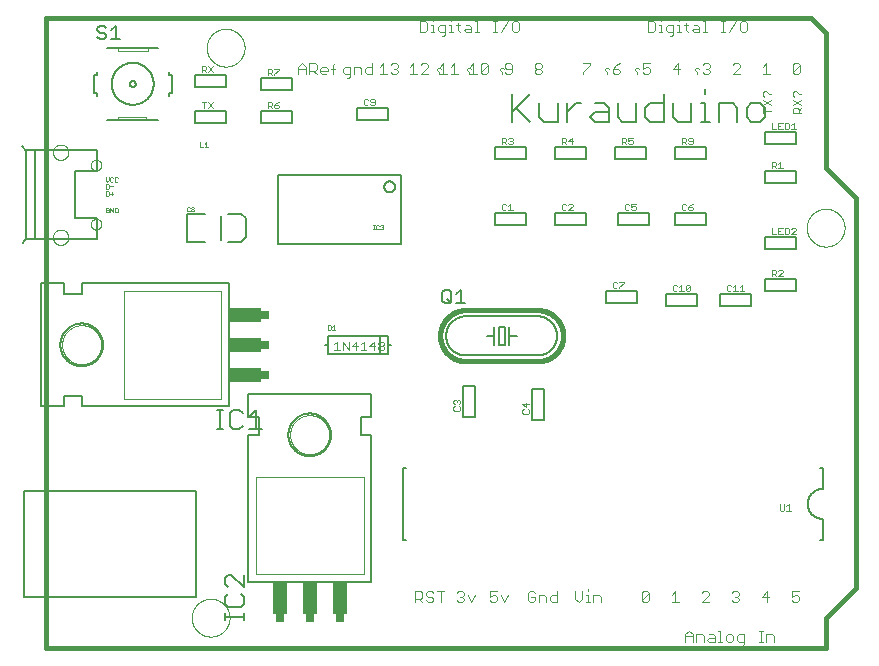
<source format=gto>
G75*
%MOIN*%
%OFA0B0*%
%FSLAX25Y25*%
%IPPOS*%
%LPD*%
%AMOC8*
5,1,8,0,0,1.08239X$1,22.5*
%
%ADD10C,0.01600*%
%ADD11C,0.00800*%
%ADD12C,0.00200*%
%ADD13C,0.00600*%
%ADD14C,0.00700*%
%ADD15R,0.02500X0.03000*%
%ADD16R,0.11000X0.05000*%
%ADD17C,0.00000*%
%ADD18C,0.00500*%
%ADD19C,0.00300*%
%ADD20C,0.00100*%
%ADD21R,0.03000X0.02500*%
%ADD22R,0.05000X0.11000*%
D10*
X0027000Y0006800D02*
X0027000Y0216800D01*
X0282000Y0216800D01*
X0287000Y0211800D01*
X0287000Y0166800D01*
X0297000Y0156800D01*
X0297000Y0026800D01*
X0287000Y0016800D01*
X0287000Y0006800D01*
X0027000Y0006800D01*
X0167000Y0102300D02*
X0191000Y0102300D01*
X0191207Y0102303D01*
X0191414Y0102310D01*
X0191620Y0102323D01*
X0191827Y0102340D01*
X0192032Y0102363D01*
X0192238Y0102391D01*
X0192442Y0102423D01*
X0192646Y0102461D01*
X0192848Y0102503D01*
X0193050Y0102551D01*
X0193250Y0102603D01*
X0193449Y0102660D01*
X0193646Y0102722D01*
X0193842Y0102789D01*
X0194036Y0102861D01*
X0194229Y0102937D01*
X0194419Y0103018D01*
X0194608Y0103104D01*
X0194794Y0103194D01*
X0194978Y0103288D01*
X0195160Y0103388D01*
X0195339Y0103491D01*
X0195516Y0103599D01*
X0195690Y0103711D01*
X0195861Y0103827D01*
X0196030Y0103948D01*
X0196195Y0104072D01*
X0196357Y0104201D01*
X0196516Y0104333D01*
X0196672Y0104469D01*
X0196825Y0104609D01*
X0196974Y0104753D01*
X0197119Y0104900D01*
X0197261Y0105051D01*
X0197399Y0105205D01*
X0197534Y0105363D01*
X0197664Y0105523D01*
X0197790Y0105687D01*
X0197913Y0105854D01*
X0198031Y0106024D01*
X0198146Y0106197D01*
X0198256Y0106372D01*
X0198361Y0106550D01*
X0198463Y0106731D01*
X0198559Y0106913D01*
X0198652Y0107099D01*
X0198740Y0107286D01*
X0198823Y0107476D01*
X0198902Y0107667D01*
X0198976Y0107860D01*
X0199045Y0108056D01*
X0199109Y0108252D01*
X0199169Y0108450D01*
X0199224Y0108650D01*
X0199274Y0108851D01*
X0199319Y0109053D01*
X0199359Y0109256D01*
X0199394Y0109460D01*
X0199424Y0109665D01*
X0199449Y0109870D01*
X0199469Y0110076D01*
X0199484Y0110283D01*
X0199494Y0110490D01*
X0199499Y0110697D01*
X0199499Y0110903D01*
X0199494Y0111110D01*
X0199484Y0111317D01*
X0199469Y0111524D01*
X0199449Y0111730D01*
X0199424Y0111935D01*
X0199394Y0112140D01*
X0199359Y0112344D01*
X0199319Y0112547D01*
X0199274Y0112749D01*
X0199224Y0112950D01*
X0199169Y0113150D01*
X0199109Y0113348D01*
X0199045Y0113544D01*
X0198976Y0113740D01*
X0198902Y0113933D01*
X0198823Y0114124D01*
X0198740Y0114314D01*
X0198652Y0114501D01*
X0198559Y0114687D01*
X0198463Y0114869D01*
X0198361Y0115050D01*
X0198256Y0115228D01*
X0198146Y0115403D01*
X0198031Y0115576D01*
X0197913Y0115746D01*
X0197790Y0115913D01*
X0197664Y0116077D01*
X0197534Y0116237D01*
X0197399Y0116395D01*
X0197261Y0116549D01*
X0197119Y0116700D01*
X0196974Y0116847D01*
X0196825Y0116991D01*
X0196672Y0117131D01*
X0196516Y0117267D01*
X0196357Y0117399D01*
X0196195Y0117528D01*
X0196030Y0117652D01*
X0195861Y0117773D01*
X0195690Y0117889D01*
X0195516Y0118001D01*
X0195339Y0118109D01*
X0195160Y0118212D01*
X0194978Y0118312D01*
X0194794Y0118406D01*
X0194608Y0118496D01*
X0194419Y0118582D01*
X0194229Y0118663D01*
X0194036Y0118739D01*
X0193842Y0118811D01*
X0193646Y0118878D01*
X0193449Y0118940D01*
X0193250Y0118997D01*
X0193050Y0119049D01*
X0192848Y0119097D01*
X0192646Y0119139D01*
X0192442Y0119177D01*
X0192238Y0119209D01*
X0192032Y0119237D01*
X0191827Y0119260D01*
X0191620Y0119277D01*
X0191414Y0119290D01*
X0191207Y0119297D01*
X0191000Y0119300D01*
X0167000Y0119300D01*
X0166793Y0119297D01*
X0166586Y0119290D01*
X0166380Y0119277D01*
X0166173Y0119260D01*
X0165968Y0119237D01*
X0165762Y0119209D01*
X0165558Y0119177D01*
X0165354Y0119139D01*
X0165152Y0119097D01*
X0164950Y0119049D01*
X0164750Y0118997D01*
X0164551Y0118940D01*
X0164354Y0118878D01*
X0164158Y0118811D01*
X0163964Y0118739D01*
X0163771Y0118663D01*
X0163581Y0118582D01*
X0163392Y0118496D01*
X0163206Y0118406D01*
X0163022Y0118312D01*
X0162840Y0118212D01*
X0162661Y0118109D01*
X0162484Y0118001D01*
X0162310Y0117889D01*
X0162139Y0117773D01*
X0161970Y0117652D01*
X0161805Y0117528D01*
X0161643Y0117399D01*
X0161484Y0117267D01*
X0161328Y0117131D01*
X0161175Y0116991D01*
X0161026Y0116847D01*
X0160881Y0116700D01*
X0160739Y0116549D01*
X0160601Y0116395D01*
X0160466Y0116237D01*
X0160336Y0116077D01*
X0160210Y0115913D01*
X0160087Y0115746D01*
X0159969Y0115576D01*
X0159854Y0115403D01*
X0159744Y0115228D01*
X0159639Y0115050D01*
X0159537Y0114869D01*
X0159441Y0114687D01*
X0159348Y0114501D01*
X0159260Y0114314D01*
X0159177Y0114124D01*
X0159098Y0113933D01*
X0159024Y0113740D01*
X0158955Y0113544D01*
X0158891Y0113348D01*
X0158831Y0113150D01*
X0158776Y0112950D01*
X0158726Y0112749D01*
X0158681Y0112547D01*
X0158641Y0112344D01*
X0158606Y0112140D01*
X0158576Y0111935D01*
X0158551Y0111730D01*
X0158531Y0111524D01*
X0158516Y0111317D01*
X0158506Y0111110D01*
X0158501Y0110903D01*
X0158501Y0110697D01*
X0158506Y0110490D01*
X0158516Y0110283D01*
X0158531Y0110076D01*
X0158551Y0109870D01*
X0158576Y0109665D01*
X0158606Y0109460D01*
X0158641Y0109256D01*
X0158681Y0109053D01*
X0158726Y0108851D01*
X0158776Y0108650D01*
X0158831Y0108450D01*
X0158891Y0108252D01*
X0158955Y0108056D01*
X0159024Y0107860D01*
X0159098Y0107667D01*
X0159177Y0107476D01*
X0159260Y0107286D01*
X0159348Y0107099D01*
X0159441Y0106913D01*
X0159537Y0106731D01*
X0159639Y0106550D01*
X0159744Y0106372D01*
X0159854Y0106197D01*
X0159969Y0106024D01*
X0160087Y0105854D01*
X0160210Y0105687D01*
X0160336Y0105523D01*
X0160466Y0105363D01*
X0160601Y0105205D01*
X0160739Y0105051D01*
X0160881Y0104900D01*
X0161026Y0104753D01*
X0161175Y0104609D01*
X0161328Y0104469D01*
X0161484Y0104333D01*
X0161643Y0104201D01*
X0161805Y0104072D01*
X0161970Y0103948D01*
X0162139Y0103827D01*
X0162310Y0103711D01*
X0162484Y0103599D01*
X0162661Y0103491D01*
X0162840Y0103388D01*
X0163022Y0103288D01*
X0163206Y0103194D01*
X0163392Y0103104D01*
X0163581Y0103018D01*
X0163771Y0102937D01*
X0163964Y0102861D01*
X0164158Y0102789D01*
X0164354Y0102722D01*
X0164551Y0102660D01*
X0164750Y0102603D01*
X0164950Y0102551D01*
X0165152Y0102503D01*
X0165354Y0102461D01*
X0165558Y0102423D01*
X0165762Y0102391D01*
X0165968Y0102363D01*
X0166173Y0102340D01*
X0166380Y0102323D01*
X0166586Y0102310D01*
X0166793Y0102303D01*
X0167000Y0102300D01*
D11*
X0142000Y0107800D02*
X0141000Y0107800D01*
X0141000Y0104800D01*
X0121000Y0104800D01*
X0121000Y0107800D01*
X0120000Y0107800D01*
X0121000Y0107800D02*
X0121000Y0110800D01*
X0141000Y0110800D01*
X0141000Y0107800D01*
X0138500Y0110300D02*
X0138500Y0105300D01*
X0093843Y0143650D02*
X0092268Y0142076D01*
X0087937Y0142076D01*
X0093843Y0143650D02*
X0093843Y0149950D01*
X0092268Y0151524D01*
X0087937Y0151524D01*
X0080063Y0151524D02*
X0074157Y0151524D01*
X0074157Y0142076D01*
X0080063Y0142076D01*
X0146000Y0066800D02*
X0147000Y0066800D01*
X0146000Y0066800D02*
X0146000Y0042800D01*
X0147000Y0042800D01*
X0285000Y0042800D02*
X0286000Y0042800D01*
X0286000Y0049800D01*
X0285860Y0049802D01*
X0285720Y0049808D01*
X0285580Y0049818D01*
X0285440Y0049831D01*
X0285301Y0049849D01*
X0285162Y0049871D01*
X0285025Y0049896D01*
X0284887Y0049925D01*
X0284751Y0049958D01*
X0284616Y0049995D01*
X0284482Y0050036D01*
X0284349Y0050081D01*
X0284217Y0050129D01*
X0284087Y0050181D01*
X0283958Y0050236D01*
X0283831Y0050295D01*
X0283705Y0050358D01*
X0283581Y0050424D01*
X0283460Y0050493D01*
X0283340Y0050566D01*
X0283222Y0050643D01*
X0283107Y0050722D01*
X0282993Y0050805D01*
X0282883Y0050891D01*
X0282774Y0050980D01*
X0282668Y0051072D01*
X0282565Y0051167D01*
X0282464Y0051264D01*
X0282367Y0051365D01*
X0282272Y0051468D01*
X0282180Y0051574D01*
X0282091Y0051683D01*
X0282005Y0051793D01*
X0281922Y0051907D01*
X0281843Y0052022D01*
X0281766Y0052140D01*
X0281693Y0052260D01*
X0281624Y0052381D01*
X0281558Y0052505D01*
X0281495Y0052631D01*
X0281436Y0052758D01*
X0281381Y0052887D01*
X0281329Y0053017D01*
X0281281Y0053149D01*
X0281236Y0053282D01*
X0281195Y0053416D01*
X0281158Y0053551D01*
X0281125Y0053687D01*
X0281096Y0053825D01*
X0281071Y0053962D01*
X0281049Y0054101D01*
X0281031Y0054240D01*
X0281018Y0054380D01*
X0281008Y0054520D01*
X0281002Y0054660D01*
X0281000Y0054800D01*
X0281002Y0054940D01*
X0281008Y0055080D01*
X0281018Y0055220D01*
X0281031Y0055360D01*
X0281049Y0055499D01*
X0281071Y0055638D01*
X0281096Y0055775D01*
X0281125Y0055913D01*
X0281158Y0056049D01*
X0281195Y0056184D01*
X0281236Y0056318D01*
X0281281Y0056451D01*
X0281329Y0056583D01*
X0281381Y0056713D01*
X0281436Y0056842D01*
X0281495Y0056969D01*
X0281558Y0057095D01*
X0281624Y0057219D01*
X0281693Y0057340D01*
X0281766Y0057460D01*
X0281843Y0057578D01*
X0281922Y0057693D01*
X0282005Y0057807D01*
X0282091Y0057917D01*
X0282180Y0058026D01*
X0282272Y0058132D01*
X0282367Y0058235D01*
X0282464Y0058336D01*
X0282565Y0058433D01*
X0282668Y0058528D01*
X0282774Y0058620D01*
X0282883Y0058709D01*
X0282993Y0058795D01*
X0283107Y0058878D01*
X0283222Y0058957D01*
X0283340Y0059034D01*
X0283460Y0059107D01*
X0283581Y0059176D01*
X0283705Y0059242D01*
X0283831Y0059305D01*
X0283958Y0059364D01*
X0284087Y0059419D01*
X0284217Y0059471D01*
X0284349Y0059519D01*
X0284482Y0059564D01*
X0284616Y0059605D01*
X0284751Y0059642D01*
X0284887Y0059675D01*
X0285025Y0059704D01*
X0285162Y0059729D01*
X0285301Y0059751D01*
X0285440Y0059769D01*
X0285580Y0059782D01*
X0285720Y0059792D01*
X0285860Y0059798D01*
X0286000Y0059800D01*
X0286000Y0066800D01*
X0285000Y0066800D01*
X0265271Y0182200D02*
X0262201Y0182200D01*
X0260667Y0183735D01*
X0260667Y0186804D01*
X0262201Y0188339D01*
X0265271Y0188339D01*
X0266805Y0186804D01*
X0266805Y0183735D01*
X0265271Y0182200D01*
X0257598Y0182200D02*
X0257598Y0186804D01*
X0256063Y0188339D01*
X0251459Y0188339D01*
X0251459Y0182200D01*
X0248390Y0182200D02*
X0245320Y0182200D01*
X0246855Y0182200D02*
X0246855Y0188339D01*
X0245320Y0188339D01*
X0242251Y0188339D02*
X0242251Y0182200D01*
X0237647Y0182200D01*
X0236113Y0183735D01*
X0236113Y0188339D01*
X0233043Y0188339D02*
X0228439Y0188339D01*
X0226905Y0186804D01*
X0226905Y0183735D01*
X0228439Y0182200D01*
X0233043Y0182200D01*
X0233043Y0191408D01*
X0223835Y0188339D02*
X0223835Y0182200D01*
X0219231Y0182200D01*
X0217697Y0183735D01*
X0217697Y0188339D01*
X0214628Y0186804D02*
X0214628Y0182200D01*
X0210024Y0182200D01*
X0208489Y0183735D01*
X0210024Y0185269D01*
X0214628Y0185269D01*
X0214628Y0186804D02*
X0213093Y0188339D01*
X0210024Y0188339D01*
X0205420Y0188339D02*
X0203885Y0188339D01*
X0200816Y0185269D01*
X0200816Y0182200D02*
X0200816Y0188339D01*
X0197746Y0188339D02*
X0197746Y0182200D01*
X0193142Y0182200D01*
X0191608Y0183735D01*
X0191608Y0188339D01*
X0188539Y0191408D02*
X0182400Y0185269D01*
X0183935Y0186804D02*
X0188539Y0182200D01*
X0182400Y0182200D02*
X0182400Y0191408D01*
X0246855Y0191408D02*
X0246855Y0192943D01*
D12*
X0244166Y0197900D02*
X0244166Y0198267D01*
X0244166Y0198634D02*
X0243432Y0199368D01*
X0243432Y0199735D01*
X0243799Y0200102D01*
X0244533Y0200102D01*
X0244900Y0199735D01*
X0224900Y0199735D02*
X0224533Y0200102D01*
X0223799Y0200102D01*
X0223432Y0199735D01*
X0223432Y0199368D01*
X0224166Y0198634D01*
X0224166Y0198267D02*
X0224166Y0197900D01*
X0214900Y0199735D02*
X0214533Y0200102D01*
X0213799Y0200102D01*
X0213432Y0199735D01*
X0213432Y0199368D01*
X0214166Y0198634D01*
X0214166Y0198267D02*
X0214166Y0197900D01*
X0218982Y0176858D02*
X0220083Y0176858D01*
X0220450Y0176491D01*
X0220450Y0175757D01*
X0220083Y0175390D01*
X0218982Y0175390D01*
X0219716Y0175390D02*
X0220450Y0174656D01*
X0221192Y0175023D02*
X0221559Y0174656D01*
X0222293Y0174656D01*
X0222660Y0175023D01*
X0222660Y0175757D01*
X0222293Y0176124D01*
X0221926Y0176124D01*
X0221192Y0175757D01*
X0221192Y0176858D01*
X0222660Y0176858D01*
X0218982Y0176858D02*
X0218982Y0174656D01*
X0202660Y0175757D02*
X0201192Y0175757D01*
X0202293Y0176858D01*
X0202293Y0174656D01*
X0200450Y0174656D02*
X0199716Y0175390D01*
X0200083Y0175390D02*
X0198982Y0175390D01*
X0198982Y0174656D02*
X0198982Y0176858D01*
X0200083Y0176858D01*
X0200450Y0176491D01*
X0200450Y0175757D01*
X0200083Y0175390D01*
X0182660Y0175390D02*
X0182660Y0175023D01*
X0182293Y0174656D01*
X0181559Y0174656D01*
X0181192Y0175023D01*
X0180450Y0174656D02*
X0179716Y0175390D01*
X0180083Y0175390D02*
X0178982Y0175390D01*
X0178982Y0174656D02*
X0178982Y0176858D01*
X0180083Y0176858D01*
X0180450Y0176491D01*
X0180450Y0175757D01*
X0180083Y0175390D01*
X0181192Y0176491D02*
X0181559Y0176858D01*
X0182293Y0176858D01*
X0182660Y0176491D01*
X0182660Y0176124D01*
X0182293Y0175757D01*
X0182660Y0175390D01*
X0182293Y0175757D02*
X0181926Y0175757D01*
X0181926Y0154858D02*
X0181926Y0152656D01*
X0181192Y0152656D02*
X0182660Y0152656D01*
X0181192Y0154124D02*
X0181926Y0154858D01*
X0180450Y0154491D02*
X0180083Y0154858D01*
X0179349Y0154858D01*
X0178982Y0154491D01*
X0178982Y0153023D01*
X0179349Y0152656D01*
X0180083Y0152656D01*
X0180450Y0153023D01*
X0198982Y0153023D02*
X0199349Y0152656D01*
X0200083Y0152656D01*
X0200450Y0153023D01*
X0201192Y0152656D02*
X0202660Y0154124D01*
X0202660Y0154491D01*
X0202293Y0154858D01*
X0201559Y0154858D01*
X0201192Y0154491D01*
X0200450Y0154491D02*
X0200083Y0154858D01*
X0199349Y0154858D01*
X0198982Y0154491D01*
X0198982Y0153023D01*
X0201192Y0152656D02*
X0202660Y0152656D01*
X0219982Y0153023D02*
X0220349Y0152656D01*
X0221083Y0152656D01*
X0221450Y0153023D01*
X0222192Y0153023D02*
X0222559Y0152656D01*
X0223293Y0152656D01*
X0223660Y0153023D01*
X0223660Y0153757D01*
X0223293Y0154124D01*
X0222926Y0154124D01*
X0222192Y0153757D01*
X0222192Y0154858D01*
X0223660Y0154858D01*
X0221450Y0154491D02*
X0221083Y0154858D01*
X0220349Y0154858D01*
X0219982Y0154491D01*
X0219982Y0153023D01*
X0238982Y0153023D02*
X0239349Y0152656D01*
X0240083Y0152656D01*
X0240450Y0153023D01*
X0241192Y0153023D02*
X0241559Y0152656D01*
X0242293Y0152656D01*
X0242660Y0153023D01*
X0242660Y0153390D01*
X0242293Y0153757D01*
X0241192Y0153757D01*
X0241192Y0153023D01*
X0241192Y0153757D02*
X0241926Y0154491D01*
X0242660Y0154858D01*
X0240450Y0154491D02*
X0240083Y0154858D01*
X0239349Y0154858D01*
X0238982Y0154491D01*
X0238982Y0153023D01*
X0238982Y0174656D02*
X0238982Y0176858D01*
X0240083Y0176858D01*
X0240450Y0176491D01*
X0240450Y0175757D01*
X0240083Y0175390D01*
X0238982Y0175390D01*
X0239716Y0175390D02*
X0240450Y0174656D01*
X0241192Y0175023D02*
X0241559Y0174656D01*
X0242293Y0174656D01*
X0242660Y0175023D01*
X0242660Y0176491D01*
X0242293Y0176858D01*
X0241559Y0176858D01*
X0241192Y0176491D01*
X0241192Y0176124D01*
X0241559Y0175757D01*
X0242660Y0175757D01*
X0266098Y0184900D02*
X0266098Y0186768D01*
X0266098Y0187662D02*
X0268900Y0189531D01*
X0268900Y0191359D02*
X0268433Y0191359D01*
X0267966Y0191359D02*
X0267032Y0192293D01*
X0266565Y0192293D01*
X0266098Y0191826D01*
X0266098Y0190892D01*
X0266565Y0190425D01*
X0266098Y0189531D02*
X0268900Y0187662D01*
X0268900Y0185834D02*
X0266098Y0185834D01*
X0268982Y0181858D02*
X0268982Y0179656D01*
X0270450Y0179656D01*
X0271192Y0179656D02*
X0272660Y0179656D01*
X0273402Y0179656D02*
X0274503Y0179656D01*
X0274870Y0180023D01*
X0274870Y0181491D01*
X0274503Y0181858D01*
X0273402Y0181858D01*
X0273402Y0179656D01*
X0271926Y0180757D02*
X0271192Y0180757D01*
X0271192Y0181858D02*
X0271192Y0179656D01*
X0271192Y0181858D02*
X0272660Y0181858D01*
X0275612Y0181124D02*
X0276345Y0181858D01*
X0276345Y0179656D01*
X0275612Y0179656D02*
X0277079Y0179656D01*
X0277966Y0184900D02*
X0277966Y0186301D01*
X0277499Y0186768D01*
X0276565Y0186768D01*
X0276098Y0186301D01*
X0276098Y0184900D01*
X0278900Y0184900D01*
X0277966Y0185834D02*
X0278900Y0186768D01*
X0278900Y0187662D02*
X0276098Y0189531D01*
X0276565Y0190425D02*
X0276098Y0190892D01*
X0276098Y0191826D01*
X0276565Y0192293D01*
X0277032Y0192293D01*
X0277966Y0191359D01*
X0278433Y0191359D02*
X0278900Y0191359D01*
X0278900Y0189531D02*
X0276098Y0187662D01*
X0271926Y0168858D02*
X0271192Y0168124D01*
X0270450Y0168491D02*
X0270450Y0167757D01*
X0270083Y0167390D01*
X0268982Y0167390D01*
X0269716Y0167390D02*
X0270450Y0166656D01*
X0271192Y0166656D02*
X0272660Y0166656D01*
X0271926Y0166656D02*
X0271926Y0168858D01*
X0270450Y0168491D02*
X0270083Y0168858D01*
X0268982Y0168858D01*
X0268982Y0166656D01*
X0268982Y0146858D02*
X0268982Y0144656D01*
X0270450Y0144656D01*
X0271192Y0144656D02*
X0272660Y0144656D01*
X0273402Y0144656D02*
X0274503Y0144656D01*
X0274870Y0145023D01*
X0274870Y0146491D01*
X0274503Y0146858D01*
X0273402Y0146858D01*
X0273402Y0144656D01*
X0271926Y0145757D02*
X0271192Y0145757D01*
X0271192Y0146858D02*
X0271192Y0144656D01*
X0271192Y0146858D02*
X0272660Y0146858D01*
X0275612Y0146491D02*
X0275979Y0146858D01*
X0276712Y0146858D01*
X0277079Y0146491D01*
X0277079Y0146124D01*
X0275612Y0144656D01*
X0277079Y0144656D01*
X0272293Y0132858D02*
X0271559Y0132858D01*
X0271192Y0132491D01*
X0270450Y0132491D02*
X0270450Y0131757D01*
X0270083Y0131390D01*
X0268982Y0131390D01*
X0269716Y0131390D02*
X0270450Y0130656D01*
X0271192Y0130656D02*
X0272660Y0132124D01*
X0272660Y0132491D01*
X0272293Y0132858D01*
X0270450Y0132491D02*
X0270083Y0132858D01*
X0268982Y0132858D01*
X0268982Y0130656D01*
X0271192Y0130656D02*
X0272660Y0130656D01*
X0259870Y0125656D02*
X0258402Y0125656D01*
X0259136Y0125656D02*
X0259136Y0127858D01*
X0258402Y0127124D01*
X0257660Y0125656D02*
X0256192Y0125656D01*
X0256926Y0125656D02*
X0256926Y0127858D01*
X0256192Y0127124D01*
X0255450Y0127491D02*
X0255083Y0127858D01*
X0254349Y0127858D01*
X0253982Y0127491D01*
X0253982Y0126023D01*
X0254349Y0125656D01*
X0255083Y0125656D01*
X0255450Y0126023D01*
X0241870Y0126023D02*
X0241503Y0125656D01*
X0240769Y0125656D01*
X0240402Y0126023D01*
X0241870Y0127491D01*
X0241870Y0126023D01*
X0241870Y0127491D02*
X0241503Y0127858D01*
X0240769Y0127858D01*
X0240402Y0127491D01*
X0240402Y0126023D01*
X0239660Y0125656D02*
X0238192Y0125656D01*
X0238926Y0125656D02*
X0238926Y0127858D01*
X0238192Y0127124D01*
X0237450Y0127491D02*
X0237083Y0127858D01*
X0236349Y0127858D01*
X0235982Y0127491D01*
X0235982Y0126023D01*
X0236349Y0125656D01*
X0237083Y0125656D01*
X0237450Y0126023D01*
X0219660Y0128491D02*
X0218192Y0127023D01*
X0218192Y0126656D01*
X0217450Y0127023D02*
X0217083Y0126656D01*
X0216349Y0126656D01*
X0215982Y0127023D01*
X0215982Y0128491D01*
X0216349Y0128858D01*
X0217083Y0128858D01*
X0217450Y0128491D01*
X0218192Y0128858D02*
X0219660Y0128858D01*
X0219660Y0128491D01*
X0188144Y0088093D02*
X0185942Y0088093D01*
X0187043Y0086992D01*
X0187043Y0088460D01*
X0186309Y0086250D02*
X0185942Y0085883D01*
X0185942Y0085149D01*
X0186309Y0084782D01*
X0187777Y0084782D01*
X0188144Y0085149D01*
X0188144Y0085883D01*
X0187777Y0086250D01*
X0165144Y0086149D02*
X0165144Y0086883D01*
X0164777Y0087250D01*
X0164777Y0087992D02*
X0165144Y0088359D01*
X0165144Y0089093D01*
X0164777Y0089460D01*
X0164410Y0089460D01*
X0164043Y0089093D01*
X0164043Y0088726D01*
X0164043Y0089093D02*
X0163676Y0089460D01*
X0163309Y0089460D01*
X0162942Y0089093D01*
X0162942Y0088359D01*
X0163309Y0087992D01*
X0163309Y0087250D02*
X0162942Y0086883D01*
X0162942Y0086149D01*
X0163309Y0085782D01*
X0164777Y0085782D01*
X0165144Y0086149D01*
X0133000Y0063800D02*
X0097000Y0063800D01*
X0097000Y0031300D01*
X0133000Y0031300D01*
X0133000Y0063800D01*
X0085500Y0089800D02*
X0053000Y0089800D01*
X0053000Y0125800D01*
X0085500Y0125800D01*
X0085500Y0089800D01*
X0060500Y0182800D02*
X0060500Y0183800D01*
X0051000Y0183800D01*
X0051000Y0182800D01*
X0078982Y0188858D02*
X0080450Y0188858D01*
X0079716Y0188858D02*
X0079716Y0186656D01*
X0081192Y0186656D02*
X0082660Y0188858D01*
X0081192Y0188858D02*
X0082660Y0186656D01*
X0082660Y0198656D02*
X0081192Y0200858D01*
X0080450Y0200491D02*
X0080450Y0199757D01*
X0080083Y0199390D01*
X0078982Y0199390D01*
X0079716Y0199390D02*
X0080450Y0198656D01*
X0081192Y0198656D02*
X0082660Y0200858D01*
X0080450Y0200491D02*
X0080083Y0200858D01*
X0078982Y0200858D01*
X0078982Y0198656D01*
X0061000Y0205800D02*
X0061000Y0206800D01*
X0061000Y0205800D02*
X0051000Y0205800D01*
X0051000Y0206800D01*
X0100982Y0199858D02*
X0100982Y0197656D01*
X0100982Y0198390D02*
X0102083Y0198390D01*
X0102450Y0198757D01*
X0102450Y0199491D01*
X0102083Y0199858D01*
X0100982Y0199858D01*
X0101716Y0198390D02*
X0102450Y0197656D01*
X0103192Y0197656D02*
X0103192Y0198023D01*
X0104660Y0199491D01*
X0104660Y0199858D01*
X0103192Y0199858D01*
X0102083Y0188858D02*
X0100982Y0188858D01*
X0100982Y0186656D01*
X0100982Y0187390D02*
X0102083Y0187390D01*
X0102450Y0187757D01*
X0102450Y0188491D01*
X0102083Y0188858D01*
X0101716Y0187390D02*
X0102450Y0186656D01*
X0103192Y0187023D02*
X0103559Y0186656D01*
X0104293Y0186656D01*
X0104660Y0187023D01*
X0104660Y0187390D01*
X0104293Y0187757D01*
X0103192Y0187757D01*
X0103192Y0187023D01*
X0103192Y0187757D02*
X0103926Y0188491D01*
X0104660Y0188858D01*
X0132982Y0189491D02*
X0132982Y0188023D01*
X0133349Y0187656D01*
X0134083Y0187656D01*
X0134450Y0188023D01*
X0135192Y0188023D02*
X0135559Y0187656D01*
X0136293Y0187656D01*
X0136660Y0188023D01*
X0136660Y0189491D01*
X0136293Y0189858D01*
X0135559Y0189858D01*
X0135192Y0189491D01*
X0135192Y0189124D01*
X0135559Y0188757D01*
X0136660Y0188757D01*
X0134450Y0189491D02*
X0134083Y0189858D01*
X0133349Y0189858D01*
X0132982Y0189491D01*
X0157432Y0199368D02*
X0158166Y0198634D01*
X0158166Y0198267D02*
X0158166Y0197900D01*
X0157432Y0199368D02*
X0157432Y0199735D01*
X0157799Y0200102D01*
X0158533Y0200102D01*
X0158900Y0199735D01*
X0167432Y0199735D02*
X0167432Y0199368D01*
X0168166Y0198634D01*
X0168166Y0198267D02*
X0168166Y0197900D01*
X0167432Y0199735D02*
X0167799Y0200102D01*
X0168533Y0200102D01*
X0168900Y0199735D01*
X0178432Y0199735D02*
X0178432Y0199368D01*
X0179166Y0198634D01*
X0179166Y0198267D02*
X0179166Y0197900D01*
X0178432Y0199735D02*
X0178799Y0200102D01*
X0179533Y0200102D01*
X0179900Y0199735D01*
X0271680Y0054702D02*
X0271680Y0052867D01*
X0272047Y0052500D01*
X0272781Y0052500D01*
X0273148Y0052867D01*
X0273148Y0054702D01*
X0273890Y0053968D02*
X0274624Y0054702D01*
X0274624Y0052500D01*
X0273890Y0052500D02*
X0275358Y0052500D01*
D13*
X0191000Y0104300D02*
X0167000Y0104300D01*
X0166840Y0104302D01*
X0166681Y0104308D01*
X0166522Y0104318D01*
X0166363Y0104331D01*
X0166204Y0104349D01*
X0166046Y0104370D01*
X0165889Y0104396D01*
X0165732Y0104425D01*
X0165576Y0104458D01*
X0165421Y0104495D01*
X0165266Y0104535D01*
X0165113Y0104580D01*
X0164961Y0104628D01*
X0164810Y0104680D01*
X0164661Y0104736D01*
X0164513Y0104795D01*
X0164366Y0104858D01*
X0164221Y0104924D01*
X0164078Y0104994D01*
X0163936Y0105068D01*
X0163796Y0105144D01*
X0163658Y0105225D01*
X0163523Y0105308D01*
X0163389Y0105395D01*
X0163257Y0105486D01*
X0163128Y0105579D01*
X0163001Y0105676D01*
X0162876Y0105775D01*
X0162754Y0105878D01*
X0162635Y0105984D01*
X0162518Y0106092D01*
X0162404Y0106204D01*
X0162292Y0106318D01*
X0162184Y0106435D01*
X0162078Y0106554D01*
X0161975Y0106676D01*
X0161876Y0106801D01*
X0161779Y0106928D01*
X0161686Y0107057D01*
X0161595Y0107189D01*
X0161508Y0107323D01*
X0161425Y0107458D01*
X0161344Y0107596D01*
X0161268Y0107736D01*
X0161194Y0107878D01*
X0161124Y0108021D01*
X0161058Y0108166D01*
X0160995Y0108313D01*
X0160936Y0108461D01*
X0160880Y0108610D01*
X0160828Y0108761D01*
X0160780Y0108913D01*
X0160735Y0109066D01*
X0160695Y0109221D01*
X0160658Y0109376D01*
X0160625Y0109532D01*
X0160596Y0109689D01*
X0160570Y0109846D01*
X0160549Y0110004D01*
X0160531Y0110163D01*
X0160518Y0110322D01*
X0160508Y0110481D01*
X0160502Y0110640D01*
X0160500Y0110800D01*
X0160502Y0110960D01*
X0160508Y0111119D01*
X0160518Y0111278D01*
X0160531Y0111437D01*
X0160549Y0111596D01*
X0160570Y0111754D01*
X0160596Y0111911D01*
X0160625Y0112068D01*
X0160658Y0112224D01*
X0160695Y0112379D01*
X0160735Y0112534D01*
X0160780Y0112687D01*
X0160828Y0112839D01*
X0160880Y0112990D01*
X0160936Y0113139D01*
X0160995Y0113287D01*
X0161058Y0113434D01*
X0161124Y0113579D01*
X0161194Y0113722D01*
X0161268Y0113864D01*
X0161344Y0114004D01*
X0161425Y0114142D01*
X0161508Y0114277D01*
X0161595Y0114411D01*
X0161686Y0114543D01*
X0161779Y0114672D01*
X0161876Y0114799D01*
X0161975Y0114924D01*
X0162078Y0115046D01*
X0162184Y0115165D01*
X0162292Y0115282D01*
X0162404Y0115396D01*
X0162518Y0115508D01*
X0162635Y0115616D01*
X0162754Y0115722D01*
X0162876Y0115825D01*
X0163001Y0115924D01*
X0163128Y0116021D01*
X0163257Y0116114D01*
X0163389Y0116205D01*
X0163523Y0116292D01*
X0163658Y0116375D01*
X0163796Y0116456D01*
X0163936Y0116532D01*
X0164078Y0116606D01*
X0164221Y0116676D01*
X0164366Y0116742D01*
X0164513Y0116805D01*
X0164661Y0116864D01*
X0164810Y0116920D01*
X0164961Y0116972D01*
X0165113Y0117020D01*
X0165266Y0117065D01*
X0165421Y0117105D01*
X0165576Y0117142D01*
X0165732Y0117175D01*
X0165889Y0117204D01*
X0166046Y0117230D01*
X0166204Y0117251D01*
X0166363Y0117269D01*
X0166522Y0117282D01*
X0166681Y0117292D01*
X0166840Y0117298D01*
X0167000Y0117300D01*
X0191000Y0117300D01*
X0191160Y0117298D01*
X0191319Y0117292D01*
X0191478Y0117282D01*
X0191637Y0117269D01*
X0191796Y0117251D01*
X0191954Y0117230D01*
X0192111Y0117204D01*
X0192268Y0117175D01*
X0192424Y0117142D01*
X0192579Y0117105D01*
X0192734Y0117065D01*
X0192887Y0117020D01*
X0193039Y0116972D01*
X0193190Y0116920D01*
X0193339Y0116864D01*
X0193487Y0116805D01*
X0193634Y0116742D01*
X0193779Y0116676D01*
X0193922Y0116606D01*
X0194064Y0116532D01*
X0194204Y0116456D01*
X0194342Y0116375D01*
X0194477Y0116292D01*
X0194611Y0116205D01*
X0194743Y0116114D01*
X0194872Y0116021D01*
X0194999Y0115924D01*
X0195124Y0115825D01*
X0195246Y0115722D01*
X0195365Y0115616D01*
X0195482Y0115508D01*
X0195596Y0115396D01*
X0195708Y0115282D01*
X0195816Y0115165D01*
X0195922Y0115046D01*
X0196025Y0114924D01*
X0196124Y0114799D01*
X0196221Y0114672D01*
X0196314Y0114543D01*
X0196405Y0114411D01*
X0196492Y0114277D01*
X0196575Y0114142D01*
X0196656Y0114004D01*
X0196732Y0113864D01*
X0196806Y0113722D01*
X0196876Y0113579D01*
X0196942Y0113434D01*
X0197005Y0113287D01*
X0197064Y0113139D01*
X0197120Y0112990D01*
X0197172Y0112839D01*
X0197220Y0112687D01*
X0197265Y0112534D01*
X0197305Y0112379D01*
X0197342Y0112224D01*
X0197375Y0112068D01*
X0197404Y0111911D01*
X0197430Y0111754D01*
X0197451Y0111596D01*
X0197469Y0111437D01*
X0197482Y0111278D01*
X0197492Y0111119D01*
X0197498Y0110960D01*
X0197500Y0110800D01*
X0197498Y0110640D01*
X0197492Y0110481D01*
X0197482Y0110322D01*
X0197469Y0110163D01*
X0197451Y0110004D01*
X0197430Y0109846D01*
X0197404Y0109689D01*
X0197375Y0109532D01*
X0197342Y0109376D01*
X0197305Y0109221D01*
X0197265Y0109066D01*
X0197220Y0108913D01*
X0197172Y0108761D01*
X0197120Y0108610D01*
X0197064Y0108461D01*
X0197005Y0108313D01*
X0196942Y0108166D01*
X0196876Y0108021D01*
X0196806Y0107878D01*
X0196732Y0107736D01*
X0196656Y0107596D01*
X0196575Y0107458D01*
X0196492Y0107323D01*
X0196405Y0107189D01*
X0196314Y0107057D01*
X0196221Y0106928D01*
X0196124Y0106801D01*
X0196025Y0106676D01*
X0195922Y0106554D01*
X0195816Y0106435D01*
X0195708Y0106318D01*
X0195596Y0106204D01*
X0195482Y0106092D01*
X0195365Y0105984D01*
X0195246Y0105878D01*
X0195124Y0105775D01*
X0194999Y0105676D01*
X0194872Y0105579D01*
X0194743Y0105486D01*
X0194611Y0105395D01*
X0194477Y0105308D01*
X0194342Y0105225D01*
X0194204Y0105144D01*
X0194064Y0105068D01*
X0193922Y0104994D01*
X0193779Y0104924D01*
X0193634Y0104858D01*
X0193487Y0104795D01*
X0193339Y0104736D01*
X0193190Y0104680D01*
X0193039Y0104628D01*
X0192887Y0104580D01*
X0192734Y0104535D01*
X0192579Y0104495D01*
X0192424Y0104458D01*
X0192268Y0104425D01*
X0192111Y0104396D01*
X0191954Y0104370D01*
X0191796Y0104349D01*
X0191637Y0104331D01*
X0191478Y0104318D01*
X0191319Y0104308D01*
X0191160Y0104302D01*
X0191000Y0104300D01*
X0184000Y0110800D02*
X0181500Y0110800D01*
X0181500Y0107800D01*
X0180000Y0107800D02*
X0178000Y0107800D01*
X0178000Y0113800D01*
X0180000Y0113800D01*
X0180000Y0107800D01*
X0181500Y0110800D02*
X0181500Y0113800D01*
X0176500Y0113800D02*
X0176500Y0110800D01*
X0174000Y0110800D01*
X0176500Y0110800D02*
X0176500Y0107800D01*
X0135500Y0091300D02*
X0135500Y0083800D01*
X0132000Y0083800D01*
X0132000Y0077800D01*
X0135500Y0077800D01*
X0135500Y0028800D01*
X0094500Y0028800D01*
X0094500Y0077800D01*
X0098000Y0077800D01*
X0098000Y0083800D01*
X0094500Y0083800D01*
X0094500Y0091300D01*
X0135500Y0091300D01*
X0107900Y0077800D02*
X0107902Y0077974D01*
X0107909Y0078148D01*
X0107919Y0078322D01*
X0107934Y0078496D01*
X0107953Y0078669D01*
X0107977Y0078842D01*
X0108005Y0079014D01*
X0108036Y0079185D01*
X0108073Y0079356D01*
X0108113Y0079525D01*
X0108157Y0079694D01*
X0108206Y0079861D01*
X0108258Y0080027D01*
X0108315Y0080192D01*
X0108376Y0080355D01*
X0108440Y0080517D01*
X0108509Y0080677D01*
X0108582Y0080836D01*
X0108658Y0080992D01*
X0108738Y0081147D01*
X0108822Y0081300D01*
X0108910Y0081450D01*
X0109002Y0081598D01*
X0109097Y0081745D01*
X0109195Y0081888D01*
X0109297Y0082029D01*
X0109403Y0082168D01*
X0109512Y0082304D01*
X0109624Y0082438D01*
X0109739Y0082568D01*
X0109858Y0082696D01*
X0109980Y0082820D01*
X0110104Y0082942D01*
X0110232Y0083061D01*
X0110362Y0083176D01*
X0110496Y0083288D01*
X0110632Y0083397D01*
X0110771Y0083503D01*
X0110912Y0083605D01*
X0111055Y0083703D01*
X0111202Y0083798D01*
X0111350Y0083890D01*
X0111500Y0083978D01*
X0111653Y0084062D01*
X0111808Y0084142D01*
X0111964Y0084218D01*
X0112123Y0084291D01*
X0112283Y0084360D01*
X0112445Y0084424D01*
X0112608Y0084485D01*
X0112773Y0084542D01*
X0112939Y0084594D01*
X0113106Y0084643D01*
X0113275Y0084687D01*
X0113444Y0084727D01*
X0113615Y0084764D01*
X0113786Y0084795D01*
X0113958Y0084823D01*
X0114131Y0084847D01*
X0114304Y0084866D01*
X0114478Y0084881D01*
X0114652Y0084891D01*
X0114826Y0084898D01*
X0115000Y0084900D01*
X0115174Y0084898D01*
X0115348Y0084891D01*
X0115522Y0084881D01*
X0115696Y0084866D01*
X0115869Y0084847D01*
X0116042Y0084823D01*
X0116214Y0084795D01*
X0116385Y0084764D01*
X0116556Y0084727D01*
X0116725Y0084687D01*
X0116894Y0084643D01*
X0117061Y0084594D01*
X0117227Y0084542D01*
X0117392Y0084485D01*
X0117555Y0084424D01*
X0117717Y0084360D01*
X0117877Y0084291D01*
X0118036Y0084218D01*
X0118192Y0084142D01*
X0118347Y0084062D01*
X0118500Y0083978D01*
X0118650Y0083890D01*
X0118798Y0083798D01*
X0118945Y0083703D01*
X0119088Y0083605D01*
X0119229Y0083503D01*
X0119368Y0083397D01*
X0119504Y0083288D01*
X0119638Y0083176D01*
X0119768Y0083061D01*
X0119896Y0082942D01*
X0120020Y0082820D01*
X0120142Y0082696D01*
X0120261Y0082568D01*
X0120376Y0082438D01*
X0120488Y0082304D01*
X0120597Y0082168D01*
X0120703Y0082029D01*
X0120805Y0081888D01*
X0120903Y0081745D01*
X0120998Y0081598D01*
X0121090Y0081450D01*
X0121178Y0081300D01*
X0121262Y0081147D01*
X0121342Y0080992D01*
X0121418Y0080836D01*
X0121491Y0080677D01*
X0121560Y0080517D01*
X0121624Y0080355D01*
X0121685Y0080192D01*
X0121742Y0080027D01*
X0121794Y0079861D01*
X0121843Y0079694D01*
X0121887Y0079525D01*
X0121927Y0079356D01*
X0121964Y0079185D01*
X0121995Y0079014D01*
X0122023Y0078842D01*
X0122047Y0078669D01*
X0122066Y0078496D01*
X0122081Y0078322D01*
X0122091Y0078148D01*
X0122098Y0077974D01*
X0122100Y0077800D01*
X0122098Y0077626D01*
X0122091Y0077452D01*
X0122081Y0077278D01*
X0122066Y0077104D01*
X0122047Y0076931D01*
X0122023Y0076758D01*
X0121995Y0076586D01*
X0121964Y0076415D01*
X0121927Y0076244D01*
X0121887Y0076075D01*
X0121843Y0075906D01*
X0121794Y0075739D01*
X0121742Y0075573D01*
X0121685Y0075408D01*
X0121624Y0075245D01*
X0121560Y0075083D01*
X0121491Y0074923D01*
X0121418Y0074764D01*
X0121342Y0074608D01*
X0121262Y0074453D01*
X0121178Y0074300D01*
X0121090Y0074150D01*
X0120998Y0074002D01*
X0120903Y0073855D01*
X0120805Y0073712D01*
X0120703Y0073571D01*
X0120597Y0073432D01*
X0120488Y0073296D01*
X0120376Y0073162D01*
X0120261Y0073032D01*
X0120142Y0072904D01*
X0120020Y0072780D01*
X0119896Y0072658D01*
X0119768Y0072539D01*
X0119638Y0072424D01*
X0119504Y0072312D01*
X0119368Y0072203D01*
X0119229Y0072097D01*
X0119088Y0071995D01*
X0118945Y0071897D01*
X0118798Y0071802D01*
X0118650Y0071710D01*
X0118500Y0071622D01*
X0118347Y0071538D01*
X0118192Y0071458D01*
X0118036Y0071382D01*
X0117877Y0071309D01*
X0117717Y0071240D01*
X0117555Y0071176D01*
X0117392Y0071115D01*
X0117227Y0071058D01*
X0117061Y0071006D01*
X0116894Y0070957D01*
X0116725Y0070913D01*
X0116556Y0070873D01*
X0116385Y0070836D01*
X0116214Y0070805D01*
X0116042Y0070777D01*
X0115869Y0070753D01*
X0115696Y0070734D01*
X0115522Y0070719D01*
X0115348Y0070709D01*
X0115174Y0070702D01*
X0115000Y0070700D01*
X0114826Y0070702D01*
X0114652Y0070709D01*
X0114478Y0070719D01*
X0114304Y0070734D01*
X0114131Y0070753D01*
X0113958Y0070777D01*
X0113786Y0070805D01*
X0113615Y0070836D01*
X0113444Y0070873D01*
X0113275Y0070913D01*
X0113106Y0070957D01*
X0112939Y0071006D01*
X0112773Y0071058D01*
X0112608Y0071115D01*
X0112445Y0071176D01*
X0112283Y0071240D01*
X0112123Y0071309D01*
X0111964Y0071382D01*
X0111808Y0071458D01*
X0111653Y0071538D01*
X0111500Y0071622D01*
X0111350Y0071710D01*
X0111202Y0071802D01*
X0111055Y0071897D01*
X0110912Y0071995D01*
X0110771Y0072097D01*
X0110632Y0072203D01*
X0110496Y0072312D01*
X0110362Y0072424D01*
X0110232Y0072539D01*
X0110104Y0072658D01*
X0109980Y0072780D01*
X0109858Y0072904D01*
X0109739Y0073032D01*
X0109624Y0073162D01*
X0109512Y0073296D01*
X0109403Y0073432D01*
X0109297Y0073571D01*
X0109195Y0073712D01*
X0109097Y0073855D01*
X0109002Y0074002D01*
X0108910Y0074150D01*
X0108822Y0074300D01*
X0108738Y0074453D01*
X0108658Y0074608D01*
X0108582Y0074764D01*
X0108509Y0074923D01*
X0108440Y0075083D01*
X0108376Y0075245D01*
X0108315Y0075408D01*
X0108258Y0075573D01*
X0108206Y0075739D01*
X0108157Y0075906D01*
X0108113Y0076075D01*
X0108073Y0076244D01*
X0108036Y0076415D01*
X0108005Y0076586D01*
X0107977Y0076758D01*
X0107953Y0076931D01*
X0107934Y0077104D01*
X0107919Y0077278D01*
X0107909Y0077452D01*
X0107902Y0077626D01*
X0107900Y0077800D01*
X0088000Y0087300D02*
X0039000Y0087300D01*
X0039000Y0090800D01*
X0033000Y0090800D01*
X0033000Y0087300D01*
X0025500Y0087300D01*
X0025500Y0128300D01*
X0033000Y0128300D01*
X0033000Y0124800D01*
X0039000Y0124800D01*
X0039000Y0128300D01*
X0088000Y0128300D01*
X0088000Y0087300D01*
X0031900Y0107800D02*
X0031902Y0107974D01*
X0031909Y0108148D01*
X0031919Y0108322D01*
X0031934Y0108496D01*
X0031953Y0108669D01*
X0031977Y0108842D01*
X0032005Y0109014D01*
X0032036Y0109185D01*
X0032073Y0109356D01*
X0032113Y0109525D01*
X0032157Y0109694D01*
X0032206Y0109861D01*
X0032258Y0110027D01*
X0032315Y0110192D01*
X0032376Y0110355D01*
X0032440Y0110517D01*
X0032509Y0110677D01*
X0032582Y0110836D01*
X0032658Y0110992D01*
X0032738Y0111147D01*
X0032822Y0111300D01*
X0032910Y0111450D01*
X0033002Y0111598D01*
X0033097Y0111745D01*
X0033195Y0111888D01*
X0033297Y0112029D01*
X0033403Y0112168D01*
X0033512Y0112304D01*
X0033624Y0112438D01*
X0033739Y0112568D01*
X0033858Y0112696D01*
X0033980Y0112820D01*
X0034104Y0112942D01*
X0034232Y0113061D01*
X0034362Y0113176D01*
X0034496Y0113288D01*
X0034632Y0113397D01*
X0034771Y0113503D01*
X0034912Y0113605D01*
X0035055Y0113703D01*
X0035202Y0113798D01*
X0035350Y0113890D01*
X0035500Y0113978D01*
X0035653Y0114062D01*
X0035808Y0114142D01*
X0035964Y0114218D01*
X0036123Y0114291D01*
X0036283Y0114360D01*
X0036445Y0114424D01*
X0036608Y0114485D01*
X0036773Y0114542D01*
X0036939Y0114594D01*
X0037106Y0114643D01*
X0037275Y0114687D01*
X0037444Y0114727D01*
X0037615Y0114764D01*
X0037786Y0114795D01*
X0037958Y0114823D01*
X0038131Y0114847D01*
X0038304Y0114866D01*
X0038478Y0114881D01*
X0038652Y0114891D01*
X0038826Y0114898D01*
X0039000Y0114900D01*
X0039174Y0114898D01*
X0039348Y0114891D01*
X0039522Y0114881D01*
X0039696Y0114866D01*
X0039869Y0114847D01*
X0040042Y0114823D01*
X0040214Y0114795D01*
X0040385Y0114764D01*
X0040556Y0114727D01*
X0040725Y0114687D01*
X0040894Y0114643D01*
X0041061Y0114594D01*
X0041227Y0114542D01*
X0041392Y0114485D01*
X0041555Y0114424D01*
X0041717Y0114360D01*
X0041877Y0114291D01*
X0042036Y0114218D01*
X0042192Y0114142D01*
X0042347Y0114062D01*
X0042500Y0113978D01*
X0042650Y0113890D01*
X0042798Y0113798D01*
X0042945Y0113703D01*
X0043088Y0113605D01*
X0043229Y0113503D01*
X0043368Y0113397D01*
X0043504Y0113288D01*
X0043638Y0113176D01*
X0043768Y0113061D01*
X0043896Y0112942D01*
X0044020Y0112820D01*
X0044142Y0112696D01*
X0044261Y0112568D01*
X0044376Y0112438D01*
X0044488Y0112304D01*
X0044597Y0112168D01*
X0044703Y0112029D01*
X0044805Y0111888D01*
X0044903Y0111745D01*
X0044998Y0111598D01*
X0045090Y0111450D01*
X0045178Y0111300D01*
X0045262Y0111147D01*
X0045342Y0110992D01*
X0045418Y0110836D01*
X0045491Y0110677D01*
X0045560Y0110517D01*
X0045624Y0110355D01*
X0045685Y0110192D01*
X0045742Y0110027D01*
X0045794Y0109861D01*
X0045843Y0109694D01*
X0045887Y0109525D01*
X0045927Y0109356D01*
X0045964Y0109185D01*
X0045995Y0109014D01*
X0046023Y0108842D01*
X0046047Y0108669D01*
X0046066Y0108496D01*
X0046081Y0108322D01*
X0046091Y0108148D01*
X0046098Y0107974D01*
X0046100Y0107800D01*
X0046098Y0107626D01*
X0046091Y0107452D01*
X0046081Y0107278D01*
X0046066Y0107104D01*
X0046047Y0106931D01*
X0046023Y0106758D01*
X0045995Y0106586D01*
X0045964Y0106415D01*
X0045927Y0106244D01*
X0045887Y0106075D01*
X0045843Y0105906D01*
X0045794Y0105739D01*
X0045742Y0105573D01*
X0045685Y0105408D01*
X0045624Y0105245D01*
X0045560Y0105083D01*
X0045491Y0104923D01*
X0045418Y0104764D01*
X0045342Y0104608D01*
X0045262Y0104453D01*
X0045178Y0104300D01*
X0045090Y0104150D01*
X0044998Y0104002D01*
X0044903Y0103855D01*
X0044805Y0103712D01*
X0044703Y0103571D01*
X0044597Y0103432D01*
X0044488Y0103296D01*
X0044376Y0103162D01*
X0044261Y0103032D01*
X0044142Y0102904D01*
X0044020Y0102780D01*
X0043896Y0102658D01*
X0043768Y0102539D01*
X0043638Y0102424D01*
X0043504Y0102312D01*
X0043368Y0102203D01*
X0043229Y0102097D01*
X0043088Y0101995D01*
X0042945Y0101897D01*
X0042798Y0101802D01*
X0042650Y0101710D01*
X0042500Y0101622D01*
X0042347Y0101538D01*
X0042192Y0101458D01*
X0042036Y0101382D01*
X0041877Y0101309D01*
X0041717Y0101240D01*
X0041555Y0101176D01*
X0041392Y0101115D01*
X0041227Y0101058D01*
X0041061Y0101006D01*
X0040894Y0100957D01*
X0040725Y0100913D01*
X0040556Y0100873D01*
X0040385Y0100836D01*
X0040214Y0100805D01*
X0040042Y0100777D01*
X0039869Y0100753D01*
X0039696Y0100734D01*
X0039522Y0100719D01*
X0039348Y0100709D01*
X0039174Y0100702D01*
X0039000Y0100700D01*
X0038826Y0100702D01*
X0038652Y0100709D01*
X0038478Y0100719D01*
X0038304Y0100734D01*
X0038131Y0100753D01*
X0037958Y0100777D01*
X0037786Y0100805D01*
X0037615Y0100836D01*
X0037444Y0100873D01*
X0037275Y0100913D01*
X0037106Y0100957D01*
X0036939Y0101006D01*
X0036773Y0101058D01*
X0036608Y0101115D01*
X0036445Y0101176D01*
X0036283Y0101240D01*
X0036123Y0101309D01*
X0035964Y0101382D01*
X0035808Y0101458D01*
X0035653Y0101538D01*
X0035500Y0101622D01*
X0035350Y0101710D01*
X0035202Y0101802D01*
X0035055Y0101897D01*
X0034912Y0101995D01*
X0034771Y0102097D01*
X0034632Y0102203D01*
X0034496Y0102312D01*
X0034362Y0102424D01*
X0034232Y0102539D01*
X0034104Y0102658D01*
X0033980Y0102780D01*
X0033858Y0102904D01*
X0033739Y0103032D01*
X0033624Y0103162D01*
X0033512Y0103296D01*
X0033403Y0103432D01*
X0033297Y0103571D01*
X0033195Y0103712D01*
X0033097Y0103855D01*
X0033002Y0104002D01*
X0032910Y0104150D01*
X0032822Y0104300D01*
X0032738Y0104453D01*
X0032658Y0104608D01*
X0032582Y0104764D01*
X0032509Y0104923D01*
X0032440Y0105083D01*
X0032376Y0105245D01*
X0032315Y0105408D01*
X0032258Y0105573D01*
X0032206Y0105739D01*
X0032157Y0105906D01*
X0032113Y0106075D01*
X0032073Y0106244D01*
X0032036Y0106415D01*
X0032005Y0106586D01*
X0031977Y0106758D01*
X0031953Y0106931D01*
X0031934Y0107104D01*
X0031919Y0107278D01*
X0031909Y0107452D01*
X0031902Y0107626D01*
X0031900Y0107800D01*
X0104528Y0141284D02*
X0104528Y0164316D01*
X0145472Y0164316D01*
X0145472Y0141284D01*
X0104528Y0141284D01*
X0139825Y0160477D02*
X0139827Y0160562D01*
X0139833Y0160646D01*
X0139843Y0160731D01*
X0139857Y0160814D01*
X0139874Y0160897D01*
X0139896Y0160979D01*
X0139922Y0161060D01*
X0139951Y0161140D01*
X0139984Y0161218D01*
X0140020Y0161294D01*
X0140060Y0161369D01*
X0140104Y0161442D01*
X0140151Y0161513D01*
X0140201Y0161581D01*
X0140254Y0161647D01*
X0140311Y0161710D01*
X0140370Y0161771D01*
X0140432Y0161829D01*
X0140497Y0161884D01*
X0140564Y0161936D01*
X0140633Y0161984D01*
X0140705Y0162029D01*
X0140779Y0162071D01*
X0140855Y0162109D01*
X0140932Y0162144D01*
X0141011Y0162175D01*
X0141091Y0162203D01*
X0141173Y0162226D01*
X0141255Y0162246D01*
X0141338Y0162262D01*
X0141422Y0162274D01*
X0141507Y0162282D01*
X0141592Y0162286D01*
X0141676Y0162286D01*
X0141761Y0162282D01*
X0141846Y0162274D01*
X0141930Y0162262D01*
X0142013Y0162246D01*
X0142095Y0162226D01*
X0142177Y0162203D01*
X0142257Y0162175D01*
X0142336Y0162144D01*
X0142413Y0162109D01*
X0142489Y0162071D01*
X0142563Y0162029D01*
X0142635Y0161984D01*
X0142704Y0161936D01*
X0142771Y0161884D01*
X0142836Y0161829D01*
X0142898Y0161771D01*
X0142957Y0161710D01*
X0143014Y0161647D01*
X0143067Y0161581D01*
X0143117Y0161513D01*
X0143164Y0161442D01*
X0143208Y0161369D01*
X0143248Y0161294D01*
X0143284Y0161218D01*
X0143317Y0161140D01*
X0143346Y0161060D01*
X0143372Y0160979D01*
X0143394Y0160897D01*
X0143411Y0160814D01*
X0143425Y0160731D01*
X0143435Y0160646D01*
X0143441Y0160562D01*
X0143443Y0160477D01*
X0143441Y0160392D01*
X0143435Y0160308D01*
X0143425Y0160223D01*
X0143411Y0160140D01*
X0143394Y0160057D01*
X0143372Y0159975D01*
X0143346Y0159894D01*
X0143317Y0159814D01*
X0143284Y0159736D01*
X0143248Y0159660D01*
X0143208Y0159585D01*
X0143164Y0159512D01*
X0143117Y0159441D01*
X0143067Y0159373D01*
X0143014Y0159307D01*
X0142957Y0159244D01*
X0142898Y0159183D01*
X0142836Y0159125D01*
X0142771Y0159070D01*
X0142704Y0159018D01*
X0142635Y0158970D01*
X0142563Y0158925D01*
X0142489Y0158883D01*
X0142413Y0158845D01*
X0142336Y0158810D01*
X0142257Y0158779D01*
X0142177Y0158751D01*
X0142095Y0158728D01*
X0142013Y0158708D01*
X0141930Y0158692D01*
X0141846Y0158680D01*
X0141761Y0158672D01*
X0141676Y0158668D01*
X0141592Y0158668D01*
X0141507Y0158672D01*
X0141422Y0158680D01*
X0141338Y0158692D01*
X0141255Y0158708D01*
X0141173Y0158728D01*
X0141091Y0158751D01*
X0141011Y0158779D01*
X0140932Y0158810D01*
X0140855Y0158845D01*
X0140779Y0158883D01*
X0140705Y0158925D01*
X0140633Y0158970D01*
X0140564Y0159018D01*
X0140497Y0159070D01*
X0140432Y0159125D01*
X0140370Y0159183D01*
X0140311Y0159244D01*
X0140254Y0159307D01*
X0140201Y0159373D01*
X0140151Y0159441D01*
X0140104Y0159512D01*
X0140060Y0159585D01*
X0140020Y0159660D01*
X0139984Y0159736D01*
X0139951Y0159814D01*
X0139922Y0159894D01*
X0139896Y0159975D01*
X0139874Y0160057D01*
X0139857Y0160140D01*
X0139843Y0160223D01*
X0139833Y0160308D01*
X0139827Y0160392D01*
X0139825Y0160477D01*
X0069000Y0191800D02*
X0069000Y0197800D01*
X0068000Y0197800D01*
X0068000Y0198800D01*
X0068000Y0191800D02*
X0068000Y0190800D01*
X0068000Y0191800D02*
X0069000Y0191800D01*
X0064500Y0182800D02*
X0060500Y0182800D01*
X0051000Y0182800D01*
X0047500Y0182800D01*
X0044000Y0190800D02*
X0044000Y0191800D01*
X0043000Y0191800D01*
X0043000Y0197800D01*
X0044000Y0197800D01*
X0044000Y0198800D01*
X0047500Y0206800D02*
X0051000Y0206800D01*
X0061000Y0206800D01*
X0064500Y0206800D01*
X0055000Y0194800D02*
X0055002Y0194863D01*
X0055008Y0194925D01*
X0055018Y0194987D01*
X0055031Y0195049D01*
X0055049Y0195109D01*
X0055070Y0195168D01*
X0055095Y0195226D01*
X0055124Y0195282D01*
X0055156Y0195336D01*
X0055191Y0195388D01*
X0055229Y0195437D01*
X0055271Y0195485D01*
X0055315Y0195529D01*
X0055363Y0195571D01*
X0055412Y0195609D01*
X0055464Y0195644D01*
X0055518Y0195676D01*
X0055574Y0195705D01*
X0055632Y0195730D01*
X0055691Y0195751D01*
X0055751Y0195769D01*
X0055813Y0195782D01*
X0055875Y0195792D01*
X0055937Y0195798D01*
X0056000Y0195800D01*
X0056063Y0195798D01*
X0056125Y0195792D01*
X0056187Y0195782D01*
X0056249Y0195769D01*
X0056309Y0195751D01*
X0056368Y0195730D01*
X0056426Y0195705D01*
X0056482Y0195676D01*
X0056536Y0195644D01*
X0056588Y0195609D01*
X0056637Y0195571D01*
X0056685Y0195529D01*
X0056729Y0195485D01*
X0056771Y0195437D01*
X0056809Y0195388D01*
X0056844Y0195336D01*
X0056876Y0195282D01*
X0056905Y0195226D01*
X0056930Y0195168D01*
X0056951Y0195109D01*
X0056969Y0195049D01*
X0056982Y0194987D01*
X0056992Y0194925D01*
X0056998Y0194863D01*
X0057000Y0194800D01*
X0056998Y0194737D01*
X0056992Y0194675D01*
X0056982Y0194613D01*
X0056969Y0194551D01*
X0056951Y0194491D01*
X0056930Y0194432D01*
X0056905Y0194374D01*
X0056876Y0194318D01*
X0056844Y0194264D01*
X0056809Y0194212D01*
X0056771Y0194163D01*
X0056729Y0194115D01*
X0056685Y0194071D01*
X0056637Y0194029D01*
X0056588Y0193991D01*
X0056536Y0193956D01*
X0056482Y0193924D01*
X0056426Y0193895D01*
X0056368Y0193870D01*
X0056309Y0193849D01*
X0056249Y0193831D01*
X0056187Y0193818D01*
X0056125Y0193808D01*
X0056063Y0193802D01*
X0056000Y0193800D01*
X0055937Y0193802D01*
X0055875Y0193808D01*
X0055813Y0193818D01*
X0055751Y0193831D01*
X0055691Y0193849D01*
X0055632Y0193870D01*
X0055574Y0193895D01*
X0055518Y0193924D01*
X0055464Y0193956D01*
X0055412Y0193991D01*
X0055363Y0194029D01*
X0055315Y0194071D01*
X0055271Y0194115D01*
X0055229Y0194163D01*
X0055191Y0194212D01*
X0055156Y0194264D01*
X0055124Y0194318D01*
X0055095Y0194374D01*
X0055070Y0194432D01*
X0055049Y0194491D01*
X0055031Y0194551D01*
X0055018Y0194613D01*
X0055008Y0194675D01*
X0055002Y0194737D01*
X0055000Y0194800D01*
X0049000Y0194800D02*
X0049002Y0194972D01*
X0049008Y0195143D01*
X0049019Y0195315D01*
X0049034Y0195486D01*
X0049053Y0195657D01*
X0049076Y0195827D01*
X0049103Y0195997D01*
X0049135Y0196166D01*
X0049170Y0196334D01*
X0049210Y0196501D01*
X0049254Y0196667D01*
X0049301Y0196832D01*
X0049353Y0196996D01*
X0049409Y0197158D01*
X0049469Y0197319D01*
X0049533Y0197479D01*
X0049601Y0197637D01*
X0049672Y0197793D01*
X0049747Y0197947D01*
X0049827Y0198100D01*
X0049909Y0198250D01*
X0049996Y0198399D01*
X0050086Y0198545D01*
X0050180Y0198689D01*
X0050277Y0198831D01*
X0050378Y0198970D01*
X0050482Y0199107D01*
X0050589Y0199241D01*
X0050700Y0199372D01*
X0050813Y0199501D01*
X0050930Y0199627D01*
X0051050Y0199750D01*
X0051173Y0199870D01*
X0051299Y0199987D01*
X0051428Y0200100D01*
X0051559Y0200211D01*
X0051693Y0200318D01*
X0051830Y0200422D01*
X0051969Y0200523D01*
X0052111Y0200620D01*
X0052255Y0200714D01*
X0052401Y0200804D01*
X0052550Y0200891D01*
X0052700Y0200973D01*
X0052853Y0201053D01*
X0053007Y0201128D01*
X0053163Y0201199D01*
X0053321Y0201267D01*
X0053481Y0201331D01*
X0053642Y0201391D01*
X0053804Y0201447D01*
X0053968Y0201499D01*
X0054133Y0201546D01*
X0054299Y0201590D01*
X0054466Y0201630D01*
X0054634Y0201665D01*
X0054803Y0201697D01*
X0054973Y0201724D01*
X0055143Y0201747D01*
X0055314Y0201766D01*
X0055485Y0201781D01*
X0055657Y0201792D01*
X0055828Y0201798D01*
X0056000Y0201800D01*
X0056172Y0201798D01*
X0056343Y0201792D01*
X0056515Y0201781D01*
X0056686Y0201766D01*
X0056857Y0201747D01*
X0057027Y0201724D01*
X0057197Y0201697D01*
X0057366Y0201665D01*
X0057534Y0201630D01*
X0057701Y0201590D01*
X0057867Y0201546D01*
X0058032Y0201499D01*
X0058196Y0201447D01*
X0058358Y0201391D01*
X0058519Y0201331D01*
X0058679Y0201267D01*
X0058837Y0201199D01*
X0058993Y0201128D01*
X0059147Y0201053D01*
X0059300Y0200973D01*
X0059450Y0200891D01*
X0059599Y0200804D01*
X0059745Y0200714D01*
X0059889Y0200620D01*
X0060031Y0200523D01*
X0060170Y0200422D01*
X0060307Y0200318D01*
X0060441Y0200211D01*
X0060572Y0200100D01*
X0060701Y0199987D01*
X0060827Y0199870D01*
X0060950Y0199750D01*
X0061070Y0199627D01*
X0061187Y0199501D01*
X0061300Y0199372D01*
X0061411Y0199241D01*
X0061518Y0199107D01*
X0061622Y0198970D01*
X0061723Y0198831D01*
X0061820Y0198689D01*
X0061914Y0198545D01*
X0062004Y0198399D01*
X0062091Y0198250D01*
X0062173Y0198100D01*
X0062253Y0197947D01*
X0062328Y0197793D01*
X0062399Y0197637D01*
X0062467Y0197479D01*
X0062531Y0197319D01*
X0062591Y0197158D01*
X0062647Y0196996D01*
X0062699Y0196832D01*
X0062746Y0196667D01*
X0062790Y0196501D01*
X0062830Y0196334D01*
X0062865Y0196166D01*
X0062897Y0195997D01*
X0062924Y0195827D01*
X0062947Y0195657D01*
X0062966Y0195486D01*
X0062981Y0195315D01*
X0062992Y0195143D01*
X0062998Y0194972D01*
X0063000Y0194800D01*
X0062998Y0194628D01*
X0062992Y0194457D01*
X0062981Y0194285D01*
X0062966Y0194114D01*
X0062947Y0193943D01*
X0062924Y0193773D01*
X0062897Y0193603D01*
X0062865Y0193434D01*
X0062830Y0193266D01*
X0062790Y0193099D01*
X0062746Y0192933D01*
X0062699Y0192768D01*
X0062647Y0192604D01*
X0062591Y0192442D01*
X0062531Y0192281D01*
X0062467Y0192121D01*
X0062399Y0191963D01*
X0062328Y0191807D01*
X0062253Y0191653D01*
X0062173Y0191500D01*
X0062091Y0191350D01*
X0062004Y0191201D01*
X0061914Y0191055D01*
X0061820Y0190911D01*
X0061723Y0190769D01*
X0061622Y0190630D01*
X0061518Y0190493D01*
X0061411Y0190359D01*
X0061300Y0190228D01*
X0061187Y0190099D01*
X0061070Y0189973D01*
X0060950Y0189850D01*
X0060827Y0189730D01*
X0060701Y0189613D01*
X0060572Y0189500D01*
X0060441Y0189389D01*
X0060307Y0189282D01*
X0060170Y0189178D01*
X0060031Y0189077D01*
X0059889Y0188980D01*
X0059745Y0188886D01*
X0059599Y0188796D01*
X0059450Y0188709D01*
X0059300Y0188627D01*
X0059147Y0188547D01*
X0058993Y0188472D01*
X0058837Y0188401D01*
X0058679Y0188333D01*
X0058519Y0188269D01*
X0058358Y0188209D01*
X0058196Y0188153D01*
X0058032Y0188101D01*
X0057867Y0188054D01*
X0057701Y0188010D01*
X0057534Y0187970D01*
X0057366Y0187935D01*
X0057197Y0187903D01*
X0057027Y0187876D01*
X0056857Y0187853D01*
X0056686Y0187834D01*
X0056515Y0187819D01*
X0056343Y0187808D01*
X0056172Y0187802D01*
X0056000Y0187800D01*
X0055828Y0187802D01*
X0055657Y0187808D01*
X0055485Y0187819D01*
X0055314Y0187834D01*
X0055143Y0187853D01*
X0054973Y0187876D01*
X0054803Y0187903D01*
X0054634Y0187935D01*
X0054466Y0187970D01*
X0054299Y0188010D01*
X0054133Y0188054D01*
X0053968Y0188101D01*
X0053804Y0188153D01*
X0053642Y0188209D01*
X0053481Y0188269D01*
X0053321Y0188333D01*
X0053163Y0188401D01*
X0053007Y0188472D01*
X0052853Y0188547D01*
X0052700Y0188627D01*
X0052550Y0188709D01*
X0052401Y0188796D01*
X0052255Y0188886D01*
X0052111Y0188980D01*
X0051969Y0189077D01*
X0051830Y0189178D01*
X0051693Y0189282D01*
X0051559Y0189389D01*
X0051428Y0189500D01*
X0051299Y0189613D01*
X0051173Y0189730D01*
X0051050Y0189850D01*
X0050930Y0189973D01*
X0050813Y0190099D01*
X0050700Y0190228D01*
X0050589Y0190359D01*
X0050482Y0190493D01*
X0050378Y0190630D01*
X0050277Y0190769D01*
X0050180Y0190911D01*
X0050086Y0191055D01*
X0049996Y0191201D01*
X0049909Y0191350D01*
X0049827Y0191500D01*
X0049747Y0191653D01*
X0049672Y0191807D01*
X0049601Y0191963D01*
X0049533Y0192121D01*
X0049469Y0192281D01*
X0049409Y0192442D01*
X0049353Y0192604D01*
X0049301Y0192768D01*
X0049254Y0192933D01*
X0049210Y0193099D01*
X0049170Y0193266D01*
X0049135Y0193434D01*
X0049103Y0193603D01*
X0049076Y0193773D01*
X0049053Y0193943D01*
X0049034Y0194114D01*
X0049019Y0194285D01*
X0049008Y0194457D01*
X0049002Y0194628D01*
X0049000Y0194800D01*
D14*
X0084162Y0085955D02*
X0086264Y0085955D01*
X0085213Y0085955D02*
X0085213Y0079650D01*
X0084162Y0079650D02*
X0086264Y0079650D01*
X0088459Y0080701D02*
X0089510Y0079650D01*
X0091612Y0079650D01*
X0092663Y0080701D01*
X0094904Y0079650D02*
X0099108Y0079650D01*
X0097006Y0079650D02*
X0097006Y0085955D01*
X0094904Y0083854D01*
X0092663Y0084904D02*
X0091612Y0085955D01*
X0089510Y0085955D01*
X0088459Y0084904D01*
X0088459Y0080701D01*
X0088946Y0031096D02*
X0087896Y0031096D01*
X0086845Y0030045D01*
X0086845Y0027943D01*
X0087896Y0026892D01*
X0087896Y0024651D02*
X0086845Y0023600D01*
X0086845Y0021498D01*
X0087896Y0020447D01*
X0092099Y0020447D01*
X0093150Y0021498D01*
X0093150Y0023600D01*
X0092099Y0024651D01*
X0093150Y0026892D02*
X0088946Y0031096D01*
X0093150Y0031096D02*
X0093150Y0026892D01*
X0093150Y0018252D02*
X0093150Y0016150D01*
X0093150Y0017201D02*
X0086845Y0017201D01*
X0086845Y0016150D02*
X0086845Y0018252D01*
D15*
X0100250Y0097800D03*
X0100250Y0107800D03*
X0100250Y0117800D03*
D16*
X0093500Y0117800D03*
X0093500Y0107800D03*
X0093500Y0097800D03*
D17*
X0108500Y0077800D02*
X0108502Y0077961D01*
X0108508Y0078121D01*
X0108518Y0078282D01*
X0108532Y0078442D01*
X0108550Y0078602D01*
X0108571Y0078761D01*
X0108597Y0078920D01*
X0108627Y0079078D01*
X0108660Y0079235D01*
X0108698Y0079392D01*
X0108739Y0079547D01*
X0108784Y0079701D01*
X0108833Y0079854D01*
X0108886Y0080006D01*
X0108942Y0080157D01*
X0109003Y0080306D01*
X0109066Y0080454D01*
X0109134Y0080600D01*
X0109205Y0080744D01*
X0109279Y0080886D01*
X0109357Y0081027D01*
X0109439Y0081165D01*
X0109524Y0081302D01*
X0109612Y0081436D01*
X0109704Y0081568D01*
X0109799Y0081698D01*
X0109897Y0081826D01*
X0109998Y0081951D01*
X0110102Y0082073D01*
X0110209Y0082193D01*
X0110319Y0082310D01*
X0110432Y0082425D01*
X0110548Y0082536D01*
X0110667Y0082645D01*
X0110788Y0082750D01*
X0110912Y0082853D01*
X0111038Y0082953D01*
X0111166Y0083049D01*
X0111297Y0083142D01*
X0111431Y0083232D01*
X0111566Y0083319D01*
X0111704Y0083402D01*
X0111843Y0083482D01*
X0111985Y0083558D01*
X0112128Y0083631D01*
X0112273Y0083700D01*
X0112420Y0083766D01*
X0112568Y0083828D01*
X0112718Y0083886D01*
X0112869Y0083941D01*
X0113022Y0083992D01*
X0113176Y0084039D01*
X0113331Y0084082D01*
X0113487Y0084121D01*
X0113643Y0084157D01*
X0113801Y0084188D01*
X0113959Y0084216D01*
X0114118Y0084240D01*
X0114278Y0084260D01*
X0114438Y0084276D01*
X0114598Y0084288D01*
X0114759Y0084296D01*
X0114920Y0084300D01*
X0115080Y0084300D01*
X0115241Y0084296D01*
X0115402Y0084288D01*
X0115562Y0084276D01*
X0115722Y0084260D01*
X0115882Y0084240D01*
X0116041Y0084216D01*
X0116199Y0084188D01*
X0116357Y0084157D01*
X0116513Y0084121D01*
X0116669Y0084082D01*
X0116824Y0084039D01*
X0116978Y0083992D01*
X0117131Y0083941D01*
X0117282Y0083886D01*
X0117432Y0083828D01*
X0117580Y0083766D01*
X0117727Y0083700D01*
X0117872Y0083631D01*
X0118015Y0083558D01*
X0118157Y0083482D01*
X0118296Y0083402D01*
X0118434Y0083319D01*
X0118569Y0083232D01*
X0118703Y0083142D01*
X0118834Y0083049D01*
X0118962Y0082953D01*
X0119088Y0082853D01*
X0119212Y0082750D01*
X0119333Y0082645D01*
X0119452Y0082536D01*
X0119568Y0082425D01*
X0119681Y0082310D01*
X0119791Y0082193D01*
X0119898Y0082073D01*
X0120002Y0081951D01*
X0120103Y0081826D01*
X0120201Y0081698D01*
X0120296Y0081568D01*
X0120388Y0081436D01*
X0120476Y0081302D01*
X0120561Y0081165D01*
X0120643Y0081027D01*
X0120721Y0080886D01*
X0120795Y0080744D01*
X0120866Y0080600D01*
X0120934Y0080454D01*
X0120997Y0080306D01*
X0121058Y0080157D01*
X0121114Y0080006D01*
X0121167Y0079854D01*
X0121216Y0079701D01*
X0121261Y0079547D01*
X0121302Y0079392D01*
X0121340Y0079235D01*
X0121373Y0079078D01*
X0121403Y0078920D01*
X0121429Y0078761D01*
X0121450Y0078602D01*
X0121468Y0078442D01*
X0121482Y0078282D01*
X0121492Y0078121D01*
X0121498Y0077961D01*
X0121500Y0077800D01*
X0121498Y0077639D01*
X0121492Y0077479D01*
X0121482Y0077318D01*
X0121468Y0077158D01*
X0121450Y0076998D01*
X0121429Y0076839D01*
X0121403Y0076680D01*
X0121373Y0076522D01*
X0121340Y0076365D01*
X0121302Y0076208D01*
X0121261Y0076053D01*
X0121216Y0075899D01*
X0121167Y0075746D01*
X0121114Y0075594D01*
X0121058Y0075443D01*
X0120997Y0075294D01*
X0120934Y0075146D01*
X0120866Y0075000D01*
X0120795Y0074856D01*
X0120721Y0074714D01*
X0120643Y0074573D01*
X0120561Y0074435D01*
X0120476Y0074298D01*
X0120388Y0074164D01*
X0120296Y0074032D01*
X0120201Y0073902D01*
X0120103Y0073774D01*
X0120002Y0073649D01*
X0119898Y0073527D01*
X0119791Y0073407D01*
X0119681Y0073290D01*
X0119568Y0073175D01*
X0119452Y0073064D01*
X0119333Y0072955D01*
X0119212Y0072850D01*
X0119088Y0072747D01*
X0118962Y0072647D01*
X0118834Y0072551D01*
X0118703Y0072458D01*
X0118569Y0072368D01*
X0118434Y0072281D01*
X0118296Y0072198D01*
X0118157Y0072118D01*
X0118015Y0072042D01*
X0117872Y0071969D01*
X0117727Y0071900D01*
X0117580Y0071834D01*
X0117432Y0071772D01*
X0117282Y0071714D01*
X0117131Y0071659D01*
X0116978Y0071608D01*
X0116824Y0071561D01*
X0116669Y0071518D01*
X0116513Y0071479D01*
X0116357Y0071443D01*
X0116199Y0071412D01*
X0116041Y0071384D01*
X0115882Y0071360D01*
X0115722Y0071340D01*
X0115562Y0071324D01*
X0115402Y0071312D01*
X0115241Y0071304D01*
X0115080Y0071300D01*
X0114920Y0071300D01*
X0114759Y0071304D01*
X0114598Y0071312D01*
X0114438Y0071324D01*
X0114278Y0071340D01*
X0114118Y0071360D01*
X0113959Y0071384D01*
X0113801Y0071412D01*
X0113643Y0071443D01*
X0113487Y0071479D01*
X0113331Y0071518D01*
X0113176Y0071561D01*
X0113022Y0071608D01*
X0112869Y0071659D01*
X0112718Y0071714D01*
X0112568Y0071772D01*
X0112420Y0071834D01*
X0112273Y0071900D01*
X0112128Y0071969D01*
X0111985Y0072042D01*
X0111843Y0072118D01*
X0111704Y0072198D01*
X0111566Y0072281D01*
X0111431Y0072368D01*
X0111297Y0072458D01*
X0111166Y0072551D01*
X0111038Y0072647D01*
X0110912Y0072747D01*
X0110788Y0072850D01*
X0110667Y0072955D01*
X0110548Y0073064D01*
X0110432Y0073175D01*
X0110319Y0073290D01*
X0110209Y0073407D01*
X0110102Y0073527D01*
X0109998Y0073649D01*
X0109897Y0073774D01*
X0109799Y0073902D01*
X0109704Y0074032D01*
X0109612Y0074164D01*
X0109524Y0074298D01*
X0109439Y0074435D01*
X0109357Y0074573D01*
X0109279Y0074714D01*
X0109205Y0074856D01*
X0109134Y0075000D01*
X0109066Y0075146D01*
X0109003Y0075294D01*
X0108942Y0075443D01*
X0108886Y0075594D01*
X0108833Y0075746D01*
X0108784Y0075899D01*
X0108739Y0076053D01*
X0108698Y0076208D01*
X0108660Y0076365D01*
X0108627Y0076522D01*
X0108597Y0076680D01*
X0108571Y0076839D01*
X0108550Y0076998D01*
X0108532Y0077158D01*
X0108518Y0077318D01*
X0108508Y0077479D01*
X0108502Y0077639D01*
X0108500Y0077800D01*
X0032500Y0107800D02*
X0032502Y0107961D01*
X0032508Y0108121D01*
X0032518Y0108282D01*
X0032532Y0108442D01*
X0032550Y0108602D01*
X0032571Y0108761D01*
X0032597Y0108920D01*
X0032627Y0109078D01*
X0032660Y0109235D01*
X0032698Y0109392D01*
X0032739Y0109547D01*
X0032784Y0109701D01*
X0032833Y0109854D01*
X0032886Y0110006D01*
X0032942Y0110157D01*
X0033003Y0110306D01*
X0033066Y0110454D01*
X0033134Y0110600D01*
X0033205Y0110744D01*
X0033279Y0110886D01*
X0033357Y0111027D01*
X0033439Y0111165D01*
X0033524Y0111302D01*
X0033612Y0111436D01*
X0033704Y0111568D01*
X0033799Y0111698D01*
X0033897Y0111826D01*
X0033998Y0111951D01*
X0034102Y0112073D01*
X0034209Y0112193D01*
X0034319Y0112310D01*
X0034432Y0112425D01*
X0034548Y0112536D01*
X0034667Y0112645D01*
X0034788Y0112750D01*
X0034912Y0112853D01*
X0035038Y0112953D01*
X0035166Y0113049D01*
X0035297Y0113142D01*
X0035431Y0113232D01*
X0035566Y0113319D01*
X0035704Y0113402D01*
X0035843Y0113482D01*
X0035985Y0113558D01*
X0036128Y0113631D01*
X0036273Y0113700D01*
X0036420Y0113766D01*
X0036568Y0113828D01*
X0036718Y0113886D01*
X0036869Y0113941D01*
X0037022Y0113992D01*
X0037176Y0114039D01*
X0037331Y0114082D01*
X0037487Y0114121D01*
X0037643Y0114157D01*
X0037801Y0114188D01*
X0037959Y0114216D01*
X0038118Y0114240D01*
X0038278Y0114260D01*
X0038438Y0114276D01*
X0038598Y0114288D01*
X0038759Y0114296D01*
X0038920Y0114300D01*
X0039080Y0114300D01*
X0039241Y0114296D01*
X0039402Y0114288D01*
X0039562Y0114276D01*
X0039722Y0114260D01*
X0039882Y0114240D01*
X0040041Y0114216D01*
X0040199Y0114188D01*
X0040357Y0114157D01*
X0040513Y0114121D01*
X0040669Y0114082D01*
X0040824Y0114039D01*
X0040978Y0113992D01*
X0041131Y0113941D01*
X0041282Y0113886D01*
X0041432Y0113828D01*
X0041580Y0113766D01*
X0041727Y0113700D01*
X0041872Y0113631D01*
X0042015Y0113558D01*
X0042157Y0113482D01*
X0042296Y0113402D01*
X0042434Y0113319D01*
X0042569Y0113232D01*
X0042703Y0113142D01*
X0042834Y0113049D01*
X0042962Y0112953D01*
X0043088Y0112853D01*
X0043212Y0112750D01*
X0043333Y0112645D01*
X0043452Y0112536D01*
X0043568Y0112425D01*
X0043681Y0112310D01*
X0043791Y0112193D01*
X0043898Y0112073D01*
X0044002Y0111951D01*
X0044103Y0111826D01*
X0044201Y0111698D01*
X0044296Y0111568D01*
X0044388Y0111436D01*
X0044476Y0111302D01*
X0044561Y0111165D01*
X0044643Y0111027D01*
X0044721Y0110886D01*
X0044795Y0110744D01*
X0044866Y0110600D01*
X0044934Y0110454D01*
X0044997Y0110306D01*
X0045058Y0110157D01*
X0045114Y0110006D01*
X0045167Y0109854D01*
X0045216Y0109701D01*
X0045261Y0109547D01*
X0045302Y0109392D01*
X0045340Y0109235D01*
X0045373Y0109078D01*
X0045403Y0108920D01*
X0045429Y0108761D01*
X0045450Y0108602D01*
X0045468Y0108442D01*
X0045482Y0108282D01*
X0045492Y0108121D01*
X0045498Y0107961D01*
X0045500Y0107800D01*
X0045498Y0107639D01*
X0045492Y0107479D01*
X0045482Y0107318D01*
X0045468Y0107158D01*
X0045450Y0106998D01*
X0045429Y0106839D01*
X0045403Y0106680D01*
X0045373Y0106522D01*
X0045340Y0106365D01*
X0045302Y0106208D01*
X0045261Y0106053D01*
X0045216Y0105899D01*
X0045167Y0105746D01*
X0045114Y0105594D01*
X0045058Y0105443D01*
X0044997Y0105294D01*
X0044934Y0105146D01*
X0044866Y0105000D01*
X0044795Y0104856D01*
X0044721Y0104714D01*
X0044643Y0104573D01*
X0044561Y0104435D01*
X0044476Y0104298D01*
X0044388Y0104164D01*
X0044296Y0104032D01*
X0044201Y0103902D01*
X0044103Y0103774D01*
X0044002Y0103649D01*
X0043898Y0103527D01*
X0043791Y0103407D01*
X0043681Y0103290D01*
X0043568Y0103175D01*
X0043452Y0103064D01*
X0043333Y0102955D01*
X0043212Y0102850D01*
X0043088Y0102747D01*
X0042962Y0102647D01*
X0042834Y0102551D01*
X0042703Y0102458D01*
X0042569Y0102368D01*
X0042434Y0102281D01*
X0042296Y0102198D01*
X0042157Y0102118D01*
X0042015Y0102042D01*
X0041872Y0101969D01*
X0041727Y0101900D01*
X0041580Y0101834D01*
X0041432Y0101772D01*
X0041282Y0101714D01*
X0041131Y0101659D01*
X0040978Y0101608D01*
X0040824Y0101561D01*
X0040669Y0101518D01*
X0040513Y0101479D01*
X0040357Y0101443D01*
X0040199Y0101412D01*
X0040041Y0101384D01*
X0039882Y0101360D01*
X0039722Y0101340D01*
X0039562Y0101324D01*
X0039402Y0101312D01*
X0039241Y0101304D01*
X0039080Y0101300D01*
X0038920Y0101300D01*
X0038759Y0101304D01*
X0038598Y0101312D01*
X0038438Y0101324D01*
X0038278Y0101340D01*
X0038118Y0101360D01*
X0037959Y0101384D01*
X0037801Y0101412D01*
X0037643Y0101443D01*
X0037487Y0101479D01*
X0037331Y0101518D01*
X0037176Y0101561D01*
X0037022Y0101608D01*
X0036869Y0101659D01*
X0036718Y0101714D01*
X0036568Y0101772D01*
X0036420Y0101834D01*
X0036273Y0101900D01*
X0036128Y0101969D01*
X0035985Y0102042D01*
X0035843Y0102118D01*
X0035704Y0102198D01*
X0035566Y0102281D01*
X0035431Y0102368D01*
X0035297Y0102458D01*
X0035166Y0102551D01*
X0035038Y0102647D01*
X0034912Y0102747D01*
X0034788Y0102850D01*
X0034667Y0102955D01*
X0034548Y0103064D01*
X0034432Y0103175D01*
X0034319Y0103290D01*
X0034209Y0103407D01*
X0034102Y0103527D01*
X0033998Y0103649D01*
X0033897Y0103774D01*
X0033799Y0103902D01*
X0033704Y0104032D01*
X0033612Y0104164D01*
X0033524Y0104298D01*
X0033439Y0104435D01*
X0033357Y0104573D01*
X0033279Y0104714D01*
X0033205Y0104856D01*
X0033134Y0105000D01*
X0033066Y0105146D01*
X0033003Y0105294D01*
X0032942Y0105443D01*
X0032886Y0105594D01*
X0032833Y0105746D01*
X0032784Y0105899D01*
X0032739Y0106053D01*
X0032698Y0106208D01*
X0032660Y0106365D01*
X0032627Y0106522D01*
X0032597Y0106680D01*
X0032571Y0106839D01*
X0032550Y0106998D01*
X0032532Y0107158D01*
X0032518Y0107318D01*
X0032508Y0107479D01*
X0032502Y0107639D01*
X0032500Y0107800D01*
X0029441Y0143627D02*
X0029443Y0143728D01*
X0029449Y0143829D01*
X0029459Y0143930D01*
X0029473Y0144030D01*
X0029491Y0144129D01*
X0029513Y0144228D01*
X0029538Y0144326D01*
X0029568Y0144423D01*
X0029601Y0144518D01*
X0029638Y0144612D01*
X0029679Y0144705D01*
X0029723Y0144796D01*
X0029771Y0144885D01*
X0029823Y0144972D01*
X0029878Y0145057D01*
X0029936Y0145139D01*
X0029997Y0145220D01*
X0030062Y0145298D01*
X0030129Y0145373D01*
X0030199Y0145445D01*
X0030273Y0145515D01*
X0030349Y0145582D01*
X0030427Y0145646D01*
X0030508Y0145706D01*
X0030591Y0145763D01*
X0030677Y0145817D01*
X0030765Y0145868D01*
X0030854Y0145915D01*
X0030945Y0145959D01*
X0031038Y0145998D01*
X0031133Y0146035D01*
X0031228Y0146067D01*
X0031325Y0146096D01*
X0031424Y0146120D01*
X0031522Y0146141D01*
X0031622Y0146158D01*
X0031722Y0146171D01*
X0031823Y0146180D01*
X0031924Y0146185D01*
X0032025Y0146186D01*
X0032126Y0146183D01*
X0032227Y0146176D01*
X0032328Y0146165D01*
X0032428Y0146150D01*
X0032527Y0146131D01*
X0032626Y0146108D01*
X0032723Y0146082D01*
X0032820Y0146051D01*
X0032915Y0146017D01*
X0033008Y0145979D01*
X0033101Y0145937D01*
X0033191Y0145892D01*
X0033280Y0145843D01*
X0033366Y0145791D01*
X0033450Y0145735D01*
X0033533Y0145676D01*
X0033612Y0145614D01*
X0033690Y0145549D01*
X0033764Y0145481D01*
X0033836Y0145409D01*
X0033905Y0145336D01*
X0033971Y0145259D01*
X0034034Y0145180D01*
X0034094Y0145098D01*
X0034150Y0145014D01*
X0034203Y0144928D01*
X0034253Y0144840D01*
X0034299Y0144750D01*
X0034342Y0144659D01*
X0034381Y0144565D01*
X0034416Y0144470D01*
X0034447Y0144374D01*
X0034475Y0144277D01*
X0034499Y0144179D01*
X0034519Y0144080D01*
X0034535Y0143980D01*
X0034547Y0143879D01*
X0034555Y0143779D01*
X0034559Y0143678D01*
X0034559Y0143576D01*
X0034555Y0143475D01*
X0034547Y0143375D01*
X0034535Y0143274D01*
X0034519Y0143174D01*
X0034499Y0143075D01*
X0034475Y0142977D01*
X0034447Y0142880D01*
X0034416Y0142784D01*
X0034381Y0142689D01*
X0034342Y0142595D01*
X0034299Y0142504D01*
X0034253Y0142414D01*
X0034203Y0142326D01*
X0034150Y0142240D01*
X0034094Y0142156D01*
X0034034Y0142074D01*
X0033971Y0141995D01*
X0033905Y0141918D01*
X0033836Y0141845D01*
X0033764Y0141773D01*
X0033690Y0141705D01*
X0033612Y0141640D01*
X0033533Y0141578D01*
X0033450Y0141519D01*
X0033366Y0141463D01*
X0033279Y0141411D01*
X0033191Y0141362D01*
X0033101Y0141317D01*
X0033008Y0141275D01*
X0032915Y0141237D01*
X0032820Y0141203D01*
X0032723Y0141172D01*
X0032626Y0141146D01*
X0032527Y0141123D01*
X0032428Y0141104D01*
X0032328Y0141089D01*
X0032227Y0141078D01*
X0032126Y0141071D01*
X0032025Y0141068D01*
X0031924Y0141069D01*
X0031823Y0141074D01*
X0031722Y0141083D01*
X0031622Y0141096D01*
X0031522Y0141113D01*
X0031424Y0141134D01*
X0031325Y0141158D01*
X0031228Y0141187D01*
X0031133Y0141219D01*
X0031038Y0141256D01*
X0030945Y0141295D01*
X0030854Y0141339D01*
X0030765Y0141386D01*
X0030677Y0141437D01*
X0030591Y0141491D01*
X0030508Y0141548D01*
X0030427Y0141608D01*
X0030349Y0141672D01*
X0030273Y0141739D01*
X0030199Y0141809D01*
X0030129Y0141881D01*
X0030062Y0141956D01*
X0029997Y0142034D01*
X0029936Y0142115D01*
X0029878Y0142197D01*
X0029823Y0142282D01*
X0029771Y0142369D01*
X0029723Y0142458D01*
X0029679Y0142549D01*
X0029638Y0142642D01*
X0029601Y0142736D01*
X0029568Y0142831D01*
X0029538Y0142928D01*
X0029513Y0143026D01*
X0029491Y0143125D01*
X0029473Y0143224D01*
X0029459Y0143324D01*
X0029449Y0143425D01*
X0029443Y0143526D01*
X0029441Y0143627D01*
X0042039Y0147957D02*
X0042041Y0148041D01*
X0042047Y0148124D01*
X0042057Y0148207D01*
X0042071Y0148290D01*
X0042088Y0148372D01*
X0042110Y0148453D01*
X0042135Y0148532D01*
X0042164Y0148611D01*
X0042197Y0148688D01*
X0042233Y0148763D01*
X0042273Y0148837D01*
X0042316Y0148909D01*
X0042363Y0148978D01*
X0042413Y0149045D01*
X0042466Y0149110D01*
X0042522Y0149172D01*
X0042580Y0149232D01*
X0042642Y0149289D01*
X0042706Y0149342D01*
X0042773Y0149393D01*
X0042842Y0149440D01*
X0042913Y0149485D01*
X0042986Y0149525D01*
X0043061Y0149562D01*
X0043138Y0149596D01*
X0043216Y0149626D01*
X0043295Y0149652D01*
X0043376Y0149675D01*
X0043458Y0149693D01*
X0043540Y0149708D01*
X0043623Y0149719D01*
X0043706Y0149726D01*
X0043790Y0149729D01*
X0043874Y0149728D01*
X0043957Y0149723D01*
X0044041Y0149714D01*
X0044123Y0149701D01*
X0044205Y0149685D01*
X0044286Y0149664D01*
X0044367Y0149640D01*
X0044445Y0149612D01*
X0044523Y0149580D01*
X0044599Y0149544D01*
X0044673Y0149505D01*
X0044745Y0149463D01*
X0044815Y0149417D01*
X0044883Y0149368D01*
X0044948Y0149316D01*
X0045011Y0149261D01*
X0045071Y0149203D01*
X0045129Y0149142D01*
X0045183Y0149078D01*
X0045235Y0149012D01*
X0045283Y0148944D01*
X0045328Y0148873D01*
X0045369Y0148800D01*
X0045408Y0148726D01*
X0045442Y0148650D01*
X0045473Y0148572D01*
X0045500Y0148493D01*
X0045524Y0148412D01*
X0045543Y0148331D01*
X0045559Y0148249D01*
X0045571Y0148166D01*
X0045579Y0148082D01*
X0045583Y0147999D01*
X0045583Y0147915D01*
X0045579Y0147832D01*
X0045571Y0147748D01*
X0045559Y0147665D01*
X0045543Y0147583D01*
X0045524Y0147502D01*
X0045500Y0147421D01*
X0045473Y0147342D01*
X0045442Y0147264D01*
X0045408Y0147188D01*
X0045369Y0147114D01*
X0045328Y0147041D01*
X0045283Y0146970D01*
X0045235Y0146902D01*
X0045183Y0146836D01*
X0045129Y0146772D01*
X0045071Y0146711D01*
X0045011Y0146653D01*
X0044948Y0146598D01*
X0044883Y0146546D01*
X0044815Y0146497D01*
X0044745Y0146451D01*
X0044673Y0146409D01*
X0044599Y0146370D01*
X0044523Y0146334D01*
X0044445Y0146302D01*
X0044367Y0146274D01*
X0044286Y0146250D01*
X0044205Y0146229D01*
X0044123Y0146213D01*
X0044041Y0146200D01*
X0043957Y0146191D01*
X0043874Y0146186D01*
X0043790Y0146185D01*
X0043706Y0146188D01*
X0043623Y0146195D01*
X0043540Y0146206D01*
X0043458Y0146221D01*
X0043376Y0146239D01*
X0043295Y0146262D01*
X0043216Y0146288D01*
X0043138Y0146318D01*
X0043061Y0146352D01*
X0042986Y0146389D01*
X0042913Y0146429D01*
X0042842Y0146474D01*
X0042773Y0146521D01*
X0042706Y0146572D01*
X0042642Y0146625D01*
X0042580Y0146682D01*
X0042522Y0146742D01*
X0042466Y0146804D01*
X0042413Y0146869D01*
X0042363Y0146936D01*
X0042316Y0147005D01*
X0042273Y0147077D01*
X0042233Y0147151D01*
X0042197Y0147226D01*
X0042164Y0147303D01*
X0042135Y0147382D01*
X0042110Y0147461D01*
X0042088Y0147542D01*
X0042071Y0147624D01*
X0042057Y0147707D01*
X0042047Y0147790D01*
X0042041Y0147873D01*
X0042039Y0147957D01*
X0042039Y0167643D02*
X0042041Y0167727D01*
X0042047Y0167810D01*
X0042057Y0167893D01*
X0042071Y0167976D01*
X0042088Y0168058D01*
X0042110Y0168139D01*
X0042135Y0168218D01*
X0042164Y0168297D01*
X0042197Y0168374D01*
X0042233Y0168449D01*
X0042273Y0168523D01*
X0042316Y0168595D01*
X0042363Y0168664D01*
X0042413Y0168731D01*
X0042466Y0168796D01*
X0042522Y0168858D01*
X0042580Y0168918D01*
X0042642Y0168975D01*
X0042706Y0169028D01*
X0042773Y0169079D01*
X0042842Y0169126D01*
X0042913Y0169171D01*
X0042986Y0169211D01*
X0043061Y0169248D01*
X0043138Y0169282D01*
X0043216Y0169312D01*
X0043295Y0169338D01*
X0043376Y0169361D01*
X0043458Y0169379D01*
X0043540Y0169394D01*
X0043623Y0169405D01*
X0043706Y0169412D01*
X0043790Y0169415D01*
X0043874Y0169414D01*
X0043957Y0169409D01*
X0044041Y0169400D01*
X0044123Y0169387D01*
X0044205Y0169371D01*
X0044286Y0169350D01*
X0044367Y0169326D01*
X0044445Y0169298D01*
X0044523Y0169266D01*
X0044599Y0169230D01*
X0044673Y0169191D01*
X0044745Y0169149D01*
X0044815Y0169103D01*
X0044883Y0169054D01*
X0044948Y0169002D01*
X0045011Y0168947D01*
X0045071Y0168889D01*
X0045129Y0168828D01*
X0045183Y0168764D01*
X0045235Y0168698D01*
X0045283Y0168630D01*
X0045328Y0168559D01*
X0045369Y0168486D01*
X0045408Y0168412D01*
X0045442Y0168336D01*
X0045473Y0168258D01*
X0045500Y0168179D01*
X0045524Y0168098D01*
X0045543Y0168017D01*
X0045559Y0167935D01*
X0045571Y0167852D01*
X0045579Y0167768D01*
X0045583Y0167685D01*
X0045583Y0167601D01*
X0045579Y0167518D01*
X0045571Y0167434D01*
X0045559Y0167351D01*
X0045543Y0167269D01*
X0045524Y0167188D01*
X0045500Y0167107D01*
X0045473Y0167028D01*
X0045442Y0166950D01*
X0045408Y0166874D01*
X0045369Y0166800D01*
X0045328Y0166727D01*
X0045283Y0166656D01*
X0045235Y0166588D01*
X0045183Y0166522D01*
X0045129Y0166458D01*
X0045071Y0166397D01*
X0045011Y0166339D01*
X0044948Y0166284D01*
X0044883Y0166232D01*
X0044815Y0166183D01*
X0044745Y0166137D01*
X0044673Y0166095D01*
X0044599Y0166056D01*
X0044523Y0166020D01*
X0044445Y0165988D01*
X0044367Y0165960D01*
X0044286Y0165936D01*
X0044205Y0165915D01*
X0044123Y0165899D01*
X0044041Y0165886D01*
X0043957Y0165877D01*
X0043874Y0165872D01*
X0043790Y0165871D01*
X0043706Y0165874D01*
X0043623Y0165881D01*
X0043540Y0165892D01*
X0043458Y0165907D01*
X0043376Y0165925D01*
X0043295Y0165948D01*
X0043216Y0165974D01*
X0043138Y0166004D01*
X0043061Y0166038D01*
X0042986Y0166075D01*
X0042913Y0166115D01*
X0042842Y0166160D01*
X0042773Y0166207D01*
X0042706Y0166258D01*
X0042642Y0166311D01*
X0042580Y0166368D01*
X0042522Y0166428D01*
X0042466Y0166490D01*
X0042413Y0166555D01*
X0042363Y0166622D01*
X0042316Y0166691D01*
X0042273Y0166763D01*
X0042233Y0166837D01*
X0042197Y0166912D01*
X0042164Y0166989D01*
X0042135Y0167068D01*
X0042110Y0167147D01*
X0042088Y0167228D01*
X0042071Y0167310D01*
X0042057Y0167393D01*
X0042047Y0167476D01*
X0042041Y0167559D01*
X0042039Y0167643D01*
X0029441Y0171973D02*
X0029443Y0172074D01*
X0029449Y0172175D01*
X0029459Y0172276D01*
X0029473Y0172376D01*
X0029491Y0172475D01*
X0029513Y0172574D01*
X0029538Y0172672D01*
X0029568Y0172769D01*
X0029601Y0172864D01*
X0029638Y0172958D01*
X0029679Y0173051D01*
X0029723Y0173142D01*
X0029771Y0173231D01*
X0029823Y0173318D01*
X0029878Y0173403D01*
X0029936Y0173485D01*
X0029997Y0173566D01*
X0030062Y0173644D01*
X0030129Y0173719D01*
X0030199Y0173791D01*
X0030273Y0173861D01*
X0030349Y0173928D01*
X0030427Y0173992D01*
X0030508Y0174052D01*
X0030591Y0174109D01*
X0030677Y0174163D01*
X0030765Y0174214D01*
X0030854Y0174261D01*
X0030945Y0174305D01*
X0031038Y0174344D01*
X0031133Y0174381D01*
X0031228Y0174413D01*
X0031325Y0174442D01*
X0031424Y0174466D01*
X0031522Y0174487D01*
X0031622Y0174504D01*
X0031722Y0174517D01*
X0031823Y0174526D01*
X0031924Y0174531D01*
X0032025Y0174532D01*
X0032126Y0174529D01*
X0032227Y0174522D01*
X0032328Y0174511D01*
X0032428Y0174496D01*
X0032527Y0174477D01*
X0032626Y0174454D01*
X0032723Y0174428D01*
X0032820Y0174397D01*
X0032915Y0174363D01*
X0033008Y0174325D01*
X0033101Y0174283D01*
X0033191Y0174238D01*
X0033280Y0174189D01*
X0033366Y0174137D01*
X0033450Y0174081D01*
X0033533Y0174022D01*
X0033612Y0173960D01*
X0033690Y0173895D01*
X0033764Y0173827D01*
X0033836Y0173755D01*
X0033905Y0173682D01*
X0033971Y0173605D01*
X0034034Y0173526D01*
X0034094Y0173444D01*
X0034150Y0173360D01*
X0034203Y0173274D01*
X0034253Y0173186D01*
X0034299Y0173096D01*
X0034342Y0173005D01*
X0034381Y0172911D01*
X0034416Y0172816D01*
X0034447Y0172720D01*
X0034475Y0172623D01*
X0034499Y0172525D01*
X0034519Y0172426D01*
X0034535Y0172326D01*
X0034547Y0172225D01*
X0034555Y0172125D01*
X0034559Y0172024D01*
X0034559Y0171922D01*
X0034555Y0171821D01*
X0034547Y0171721D01*
X0034535Y0171620D01*
X0034519Y0171520D01*
X0034499Y0171421D01*
X0034475Y0171323D01*
X0034447Y0171226D01*
X0034416Y0171130D01*
X0034381Y0171035D01*
X0034342Y0170941D01*
X0034299Y0170850D01*
X0034253Y0170760D01*
X0034203Y0170672D01*
X0034150Y0170586D01*
X0034094Y0170502D01*
X0034034Y0170420D01*
X0033971Y0170341D01*
X0033905Y0170264D01*
X0033836Y0170191D01*
X0033764Y0170119D01*
X0033690Y0170051D01*
X0033612Y0169986D01*
X0033533Y0169924D01*
X0033450Y0169865D01*
X0033366Y0169809D01*
X0033279Y0169757D01*
X0033191Y0169708D01*
X0033101Y0169663D01*
X0033008Y0169621D01*
X0032915Y0169583D01*
X0032820Y0169549D01*
X0032723Y0169518D01*
X0032626Y0169492D01*
X0032527Y0169469D01*
X0032428Y0169450D01*
X0032328Y0169435D01*
X0032227Y0169424D01*
X0032126Y0169417D01*
X0032025Y0169414D01*
X0031924Y0169415D01*
X0031823Y0169420D01*
X0031722Y0169429D01*
X0031622Y0169442D01*
X0031522Y0169459D01*
X0031424Y0169480D01*
X0031325Y0169504D01*
X0031228Y0169533D01*
X0031133Y0169565D01*
X0031038Y0169602D01*
X0030945Y0169641D01*
X0030854Y0169685D01*
X0030765Y0169732D01*
X0030677Y0169783D01*
X0030591Y0169837D01*
X0030508Y0169894D01*
X0030427Y0169954D01*
X0030349Y0170018D01*
X0030273Y0170085D01*
X0030199Y0170155D01*
X0030129Y0170227D01*
X0030062Y0170302D01*
X0029997Y0170380D01*
X0029936Y0170461D01*
X0029878Y0170543D01*
X0029823Y0170628D01*
X0029771Y0170715D01*
X0029723Y0170804D01*
X0029679Y0170895D01*
X0029638Y0170988D01*
X0029601Y0171082D01*
X0029568Y0171177D01*
X0029538Y0171274D01*
X0029513Y0171372D01*
X0029491Y0171471D01*
X0029473Y0171570D01*
X0029459Y0171670D01*
X0029449Y0171771D01*
X0029443Y0171872D01*
X0029441Y0171973D01*
X0080701Y0206800D02*
X0080703Y0206958D01*
X0080709Y0207116D01*
X0080719Y0207274D01*
X0080733Y0207432D01*
X0080751Y0207589D01*
X0080772Y0207746D01*
X0080798Y0207902D01*
X0080828Y0208058D01*
X0080861Y0208213D01*
X0080899Y0208366D01*
X0080940Y0208519D01*
X0080985Y0208671D01*
X0081034Y0208822D01*
X0081087Y0208971D01*
X0081143Y0209119D01*
X0081203Y0209265D01*
X0081267Y0209410D01*
X0081335Y0209553D01*
X0081406Y0209695D01*
X0081480Y0209835D01*
X0081558Y0209972D01*
X0081640Y0210108D01*
X0081724Y0210242D01*
X0081813Y0210373D01*
X0081904Y0210502D01*
X0081999Y0210629D01*
X0082096Y0210754D01*
X0082197Y0210876D01*
X0082301Y0210995D01*
X0082408Y0211112D01*
X0082518Y0211226D01*
X0082631Y0211337D01*
X0082746Y0211446D01*
X0082864Y0211551D01*
X0082985Y0211653D01*
X0083108Y0211753D01*
X0083234Y0211849D01*
X0083362Y0211942D01*
X0083492Y0212032D01*
X0083625Y0212118D01*
X0083760Y0212202D01*
X0083896Y0212281D01*
X0084035Y0212358D01*
X0084176Y0212430D01*
X0084318Y0212500D01*
X0084462Y0212565D01*
X0084608Y0212627D01*
X0084755Y0212685D01*
X0084904Y0212740D01*
X0085054Y0212791D01*
X0085205Y0212838D01*
X0085357Y0212881D01*
X0085510Y0212920D01*
X0085665Y0212956D01*
X0085820Y0212987D01*
X0085976Y0213015D01*
X0086132Y0213039D01*
X0086289Y0213059D01*
X0086447Y0213075D01*
X0086604Y0213087D01*
X0086763Y0213095D01*
X0086921Y0213099D01*
X0087079Y0213099D01*
X0087237Y0213095D01*
X0087396Y0213087D01*
X0087553Y0213075D01*
X0087711Y0213059D01*
X0087868Y0213039D01*
X0088024Y0213015D01*
X0088180Y0212987D01*
X0088335Y0212956D01*
X0088490Y0212920D01*
X0088643Y0212881D01*
X0088795Y0212838D01*
X0088946Y0212791D01*
X0089096Y0212740D01*
X0089245Y0212685D01*
X0089392Y0212627D01*
X0089538Y0212565D01*
X0089682Y0212500D01*
X0089824Y0212430D01*
X0089965Y0212358D01*
X0090104Y0212281D01*
X0090240Y0212202D01*
X0090375Y0212118D01*
X0090508Y0212032D01*
X0090638Y0211942D01*
X0090766Y0211849D01*
X0090892Y0211753D01*
X0091015Y0211653D01*
X0091136Y0211551D01*
X0091254Y0211446D01*
X0091369Y0211337D01*
X0091482Y0211226D01*
X0091592Y0211112D01*
X0091699Y0210995D01*
X0091803Y0210876D01*
X0091904Y0210754D01*
X0092001Y0210629D01*
X0092096Y0210502D01*
X0092187Y0210373D01*
X0092276Y0210242D01*
X0092360Y0210108D01*
X0092442Y0209972D01*
X0092520Y0209835D01*
X0092594Y0209695D01*
X0092665Y0209553D01*
X0092733Y0209410D01*
X0092797Y0209265D01*
X0092857Y0209119D01*
X0092913Y0208971D01*
X0092966Y0208822D01*
X0093015Y0208671D01*
X0093060Y0208519D01*
X0093101Y0208366D01*
X0093139Y0208213D01*
X0093172Y0208058D01*
X0093202Y0207902D01*
X0093228Y0207746D01*
X0093249Y0207589D01*
X0093267Y0207432D01*
X0093281Y0207274D01*
X0093291Y0207116D01*
X0093297Y0206958D01*
X0093299Y0206800D01*
X0093297Y0206642D01*
X0093291Y0206484D01*
X0093281Y0206326D01*
X0093267Y0206168D01*
X0093249Y0206011D01*
X0093228Y0205854D01*
X0093202Y0205698D01*
X0093172Y0205542D01*
X0093139Y0205387D01*
X0093101Y0205234D01*
X0093060Y0205081D01*
X0093015Y0204929D01*
X0092966Y0204778D01*
X0092913Y0204629D01*
X0092857Y0204481D01*
X0092797Y0204335D01*
X0092733Y0204190D01*
X0092665Y0204047D01*
X0092594Y0203905D01*
X0092520Y0203765D01*
X0092442Y0203628D01*
X0092360Y0203492D01*
X0092276Y0203358D01*
X0092187Y0203227D01*
X0092096Y0203098D01*
X0092001Y0202971D01*
X0091904Y0202846D01*
X0091803Y0202724D01*
X0091699Y0202605D01*
X0091592Y0202488D01*
X0091482Y0202374D01*
X0091369Y0202263D01*
X0091254Y0202154D01*
X0091136Y0202049D01*
X0091015Y0201947D01*
X0090892Y0201847D01*
X0090766Y0201751D01*
X0090638Y0201658D01*
X0090508Y0201568D01*
X0090375Y0201482D01*
X0090240Y0201398D01*
X0090104Y0201319D01*
X0089965Y0201242D01*
X0089824Y0201170D01*
X0089682Y0201100D01*
X0089538Y0201035D01*
X0089392Y0200973D01*
X0089245Y0200915D01*
X0089096Y0200860D01*
X0088946Y0200809D01*
X0088795Y0200762D01*
X0088643Y0200719D01*
X0088490Y0200680D01*
X0088335Y0200644D01*
X0088180Y0200613D01*
X0088024Y0200585D01*
X0087868Y0200561D01*
X0087711Y0200541D01*
X0087553Y0200525D01*
X0087396Y0200513D01*
X0087237Y0200505D01*
X0087079Y0200501D01*
X0086921Y0200501D01*
X0086763Y0200505D01*
X0086604Y0200513D01*
X0086447Y0200525D01*
X0086289Y0200541D01*
X0086132Y0200561D01*
X0085976Y0200585D01*
X0085820Y0200613D01*
X0085665Y0200644D01*
X0085510Y0200680D01*
X0085357Y0200719D01*
X0085205Y0200762D01*
X0085054Y0200809D01*
X0084904Y0200860D01*
X0084755Y0200915D01*
X0084608Y0200973D01*
X0084462Y0201035D01*
X0084318Y0201100D01*
X0084176Y0201170D01*
X0084035Y0201242D01*
X0083896Y0201319D01*
X0083760Y0201398D01*
X0083625Y0201482D01*
X0083492Y0201568D01*
X0083362Y0201658D01*
X0083234Y0201751D01*
X0083108Y0201847D01*
X0082985Y0201947D01*
X0082864Y0202049D01*
X0082746Y0202154D01*
X0082631Y0202263D01*
X0082518Y0202374D01*
X0082408Y0202488D01*
X0082301Y0202605D01*
X0082197Y0202724D01*
X0082096Y0202846D01*
X0081999Y0202971D01*
X0081904Y0203098D01*
X0081813Y0203227D01*
X0081724Y0203358D01*
X0081640Y0203492D01*
X0081558Y0203628D01*
X0081480Y0203765D01*
X0081406Y0203905D01*
X0081335Y0204047D01*
X0081267Y0204190D01*
X0081203Y0204335D01*
X0081143Y0204481D01*
X0081087Y0204629D01*
X0081034Y0204778D01*
X0080985Y0204929D01*
X0080940Y0205081D01*
X0080899Y0205234D01*
X0080861Y0205387D01*
X0080828Y0205542D01*
X0080798Y0205698D01*
X0080772Y0205854D01*
X0080751Y0206011D01*
X0080733Y0206168D01*
X0080719Y0206326D01*
X0080709Y0206484D01*
X0080703Y0206642D01*
X0080701Y0206800D01*
X0280701Y0146800D02*
X0280703Y0146958D01*
X0280709Y0147116D01*
X0280719Y0147274D01*
X0280733Y0147432D01*
X0280751Y0147589D01*
X0280772Y0147746D01*
X0280798Y0147902D01*
X0280828Y0148058D01*
X0280861Y0148213D01*
X0280899Y0148366D01*
X0280940Y0148519D01*
X0280985Y0148671D01*
X0281034Y0148822D01*
X0281087Y0148971D01*
X0281143Y0149119D01*
X0281203Y0149265D01*
X0281267Y0149410D01*
X0281335Y0149553D01*
X0281406Y0149695D01*
X0281480Y0149835D01*
X0281558Y0149972D01*
X0281640Y0150108D01*
X0281724Y0150242D01*
X0281813Y0150373D01*
X0281904Y0150502D01*
X0281999Y0150629D01*
X0282096Y0150754D01*
X0282197Y0150876D01*
X0282301Y0150995D01*
X0282408Y0151112D01*
X0282518Y0151226D01*
X0282631Y0151337D01*
X0282746Y0151446D01*
X0282864Y0151551D01*
X0282985Y0151653D01*
X0283108Y0151753D01*
X0283234Y0151849D01*
X0283362Y0151942D01*
X0283492Y0152032D01*
X0283625Y0152118D01*
X0283760Y0152202D01*
X0283896Y0152281D01*
X0284035Y0152358D01*
X0284176Y0152430D01*
X0284318Y0152500D01*
X0284462Y0152565D01*
X0284608Y0152627D01*
X0284755Y0152685D01*
X0284904Y0152740D01*
X0285054Y0152791D01*
X0285205Y0152838D01*
X0285357Y0152881D01*
X0285510Y0152920D01*
X0285665Y0152956D01*
X0285820Y0152987D01*
X0285976Y0153015D01*
X0286132Y0153039D01*
X0286289Y0153059D01*
X0286447Y0153075D01*
X0286604Y0153087D01*
X0286763Y0153095D01*
X0286921Y0153099D01*
X0287079Y0153099D01*
X0287237Y0153095D01*
X0287396Y0153087D01*
X0287553Y0153075D01*
X0287711Y0153059D01*
X0287868Y0153039D01*
X0288024Y0153015D01*
X0288180Y0152987D01*
X0288335Y0152956D01*
X0288490Y0152920D01*
X0288643Y0152881D01*
X0288795Y0152838D01*
X0288946Y0152791D01*
X0289096Y0152740D01*
X0289245Y0152685D01*
X0289392Y0152627D01*
X0289538Y0152565D01*
X0289682Y0152500D01*
X0289824Y0152430D01*
X0289965Y0152358D01*
X0290104Y0152281D01*
X0290240Y0152202D01*
X0290375Y0152118D01*
X0290508Y0152032D01*
X0290638Y0151942D01*
X0290766Y0151849D01*
X0290892Y0151753D01*
X0291015Y0151653D01*
X0291136Y0151551D01*
X0291254Y0151446D01*
X0291369Y0151337D01*
X0291482Y0151226D01*
X0291592Y0151112D01*
X0291699Y0150995D01*
X0291803Y0150876D01*
X0291904Y0150754D01*
X0292001Y0150629D01*
X0292096Y0150502D01*
X0292187Y0150373D01*
X0292276Y0150242D01*
X0292360Y0150108D01*
X0292442Y0149972D01*
X0292520Y0149835D01*
X0292594Y0149695D01*
X0292665Y0149553D01*
X0292733Y0149410D01*
X0292797Y0149265D01*
X0292857Y0149119D01*
X0292913Y0148971D01*
X0292966Y0148822D01*
X0293015Y0148671D01*
X0293060Y0148519D01*
X0293101Y0148366D01*
X0293139Y0148213D01*
X0293172Y0148058D01*
X0293202Y0147902D01*
X0293228Y0147746D01*
X0293249Y0147589D01*
X0293267Y0147432D01*
X0293281Y0147274D01*
X0293291Y0147116D01*
X0293297Y0146958D01*
X0293299Y0146800D01*
X0293297Y0146642D01*
X0293291Y0146484D01*
X0293281Y0146326D01*
X0293267Y0146168D01*
X0293249Y0146011D01*
X0293228Y0145854D01*
X0293202Y0145698D01*
X0293172Y0145542D01*
X0293139Y0145387D01*
X0293101Y0145234D01*
X0293060Y0145081D01*
X0293015Y0144929D01*
X0292966Y0144778D01*
X0292913Y0144629D01*
X0292857Y0144481D01*
X0292797Y0144335D01*
X0292733Y0144190D01*
X0292665Y0144047D01*
X0292594Y0143905D01*
X0292520Y0143765D01*
X0292442Y0143628D01*
X0292360Y0143492D01*
X0292276Y0143358D01*
X0292187Y0143227D01*
X0292096Y0143098D01*
X0292001Y0142971D01*
X0291904Y0142846D01*
X0291803Y0142724D01*
X0291699Y0142605D01*
X0291592Y0142488D01*
X0291482Y0142374D01*
X0291369Y0142263D01*
X0291254Y0142154D01*
X0291136Y0142049D01*
X0291015Y0141947D01*
X0290892Y0141847D01*
X0290766Y0141751D01*
X0290638Y0141658D01*
X0290508Y0141568D01*
X0290375Y0141482D01*
X0290240Y0141398D01*
X0290104Y0141319D01*
X0289965Y0141242D01*
X0289824Y0141170D01*
X0289682Y0141100D01*
X0289538Y0141035D01*
X0289392Y0140973D01*
X0289245Y0140915D01*
X0289096Y0140860D01*
X0288946Y0140809D01*
X0288795Y0140762D01*
X0288643Y0140719D01*
X0288490Y0140680D01*
X0288335Y0140644D01*
X0288180Y0140613D01*
X0288024Y0140585D01*
X0287868Y0140561D01*
X0287711Y0140541D01*
X0287553Y0140525D01*
X0287396Y0140513D01*
X0287237Y0140505D01*
X0287079Y0140501D01*
X0286921Y0140501D01*
X0286763Y0140505D01*
X0286604Y0140513D01*
X0286447Y0140525D01*
X0286289Y0140541D01*
X0286132Y0140561D01*
X0285976Y0140585D01*
X0285820Y0140613D01*
X0285665Y0140644D01*
X0285510Y0140680D01*
X0285357Y0140719D01*
X0285205Y0140762D01*
X0285054Y0140809D01*
X0284904Y0140860D01*
X0284755Y0140915D01*
X0284608Y0140973D01*
X0284462Y0141035D01*
X0284318Y0141100D01*
X0284176Y0141170D01*
X0284035Y0141242D01*
X0283896Y0141319D01*
X0283760Y0141398D01*
X0283625Y0141482D01*
X0283492Y0141568D01*
X0283362Y0141658D01*
X0283234Y0141751D01*
X0283108Y0141847D01*
X0282985Y0141947D01*
X0282864Y0142049D01*
X0282746Y0142154D01*
X0282631Y0142263D01*
X0282518Y0142374D01*
X0282408Y0142488D01*
X0282301Y0142605D01*
X0282197Y0142724D01*
X0282096Y0142846D01*
X0281999Y0142971D01*
X0281904Y0143098D01*
X0281813Y0143227D01*
X0281724Y0143358D01*
X0281640Y0143492D01*
X0281558Y0143628D01*
X0281480Y0143765D01*
X0281406Y0143905D01*
X0281335Y0144047D01*
X0281267Y0144190D01*
X0281203Y0144335D01*
X0281143Y0144481D01*
X0281087Y0144629D01*
X0281034Y0144778D01*
X0280985Y0144929D01*
X0280940Y0145081D01*
X0280899Y0145234D01*
X0280861Y0145387D01*
X0280828Y0145542D01*
X0280798Y0145698D01*
X0280772Y0145854D01*
X0280751Y0146011D01*
X0280733Y0146168D01*
X0280719Y0146326D01*
X0280709Y0146484D01*
X0280703Y0146642D01*
X0280701Y0146800D01*
X0075701Y0016800D02*
X0075703Y0016958D01*
X0075709Y0017116D01*
X0075719Y0017274D01*
X0075733Y0017432D01*
X0075751Y0017589D01*
X0075772Y0017746D01*
X0075798Y0017902D01*
X0075828Y0018058D01*
X0075861Y0018213D01*
X0075899Y0018366D01*
X0075940Y0018519D01*
X0075985Y0018671D01*
X0076034Y0018822D01*
X0076087Y0018971D01*
X0076143Y0019119D01*
X0076203Y0019265D01*
X0076267Y0019410D01*
X0076335Y0019553D01*
X0076406Y0019695D01*
X0076480Y0019835D01*
X0076558Y0019972D01*
X0076640Y0020108D01*
X0076724Y0020242D01*
X0076813Y0020373D01*
X0076904Y0020502D01*
X0076999Y0020629D01*
X0077096Y0020754D01*
X0077197Y0020876D01*
X0077301Y0020995D01*
X0077408Y0021112D01*
X0077518Y0021226D01*
X0077631Y0021337D01*
X0077746Y0021446D01*
X0077864Y0021551D01*
X0077985Y0021653D01*
X0078108Y0021753D01*
X0078234Y0021849D01*
X0078362Y0021942D01*
X0078492Y0022032D01*
X0078625Y0022118D01*
X0078760Y0022202D01*
X0078896Y0022281D01*
X0079035Y0022358D01*
X0079176Y0022430D01*
X0079318Y0022500D01*
X0079462Y0022565D01*
X0079608Y0022627D01*
X0079755Y0022685D01*
X0079904Y0022740D01*
X0080054Y0022791D01*
X0080205Y0022838D01*
X0080357Y0022881D01*
X0080510Y0022920D01*
X0080665Y0022956D01*
X0080820Y0022987D01*
X0080976Y0023015D01*
X0081132Y0023039D01*
X0081289Y0023059D01*
X0081447Y0023075D01*
X0081604Y0023087D01*
X0081763Y0023095D01*
X0081921Y0023099D01*
X0082079Y0023099D01*
X0082237Y0023095D01*
X0082396Y0023087D01*
X0082553Y0023075D01*
X0082711Y0023059D01*
X0082868Y0023039D01*
X0083024Y0023015D01*
X0083180Y0022987D01*
X0083335Y0022956D01*
X0083490Y0022920D01*
X0083643Y0022881D01*
X0083795Y0022838D01*
X0083946Y0022791D01*
X0084096Y0022740D01*
X0084245Y0022685D01*
X0084392Y0022627D01*
X0084538Y0022565D01*
X0084682Y0022500D01*
X0084824Y0022430D01*
X0084965Y0022358D01*
X0085104Y0022281D01*
X0085240Y0022202D01*
X0085375Y0022118D01*
X0085508Y0022032D01*
X0085638Y0021942D01*
X0085766Y0021849D01*
X0085892Y0021753D01*
X0086015Y0021653D01*
X0086136Y0021551D01*
X0086254Y0021446D01*
X0086369Y0021337D01*
X0086482Y0021226D01*
X0086592Y0021112D01*
X0086699Y0020995D01*
X0086803Y0020876D01*
X0086904Y0020754D01*
X0087001Y0020629D01*
X0087096Y0020502D01*
X0087187Y0020373D01*
X0087276Y0020242D01*
X0087360Y0020108D01*
X0087442Y0019972D01*
X0087520Y0019835D01*
X0087594Y0019695D01*
X0087665Y0019553D01*
X0087733Y0019410D01*
X0087797Y0019265D01*
X0087857Y0019119D01*
X0087913Y0018971D01*
X0087966Y0018822D01*
X0088015Y0018671D01*
X0088060Y0018519D01*
X0088101Y0018366D01*
X0088139Y0018213D01*
X0088172Y0018058D01*
X0088202Y0017902D01*
X0088228Y0017746D01*
X0088249Y0017589D01*
X0088267Y0017432D01*
X0088281Y0017274D01*
X0088291Y0017116D01*
X0088297Y0016958D01*
X0088299Y0016800D01*
X0088297Y0016642D01*
X0088291Y0016484D01*
X0088281Y0016326D01*
X0088267Y0016168D01*
X0088249Y0016011D01*
X0088228Y0015854D01*
X0088202Y0015698D01*
X0088172Y0015542D01*
X0088139Y0015387D01*
X0088101Y0015234D01*
X0088060Y0015081D01*
X0088015Y0014929D01*
X0087966Y0014778D01*
X0087913Y0014629D01*
X0087857Y0014481D01*
X0087797Y0014335D01*
X0087733Y0014190D01*
X0087665Y0014047D01*
X0087594Y0013905D01*
X0087520Y0013765D01*
X0087442Y0013628D01*
X0087360Y0013492D01*
X0087276Y0013358D01*
X0087187Y0013227D01*
X0087096Y0013098D01*
X0087001Y0012971D01*
X0086904Y0012846D01*
X0086803Y0012724D01*
X0086699Y0012605D01*
X0086592Y0012488D01*
X0086482Y0012374D01*
X0086369Y0012263D01*
X0086254Y0012154D01*
X0086136Y0012049D01*
X0086015Y0011947D01*
X0085892Y0011847D01*
X0085766Y0011751D01*
X0085638Y0011658D01*
X0085508Y0011568D01*
X0085375Y0011482D01*
X0085240Y0011398D01*
X0085104Y0011319D01*
X0084965Y0011242D01*
X0084824Y0011170D01*
X0084682Y0011100D01*
X0084538Y0011035D01*
X0084392Y0010973D01*
X0084245Y0010915D01*
X0084096Y0010860D01*
X0083946Y0010809D01*
X0083795Y0010762D01*
X0083643Y0010719D01*
X0083490Y0010680D01*
X0083335Y0010644D01*
X0083180Y0010613D01*
X0083024Y0010585D01*
X0082868Y0010561D01*
X0082711Y0010541D01*
X0082553Y0010525D01*
X0082396Y0010513D01*
X0082237Y0010505D01*
X0082079Y0010501D01*
X0081921Y0010501D01*
X0081763Y0010505D01*
X0081604Y0010513D01*
X0081447Y0010525D01*
X0081289Y0010541D01*
X0081132Y0010561D01*
X0080976Y0010585D01*
X0080820Y0010613D01*
X0080665Y0010644D01*
X0080510Y0010680D01*
X0080357Y0010719D01*
X0080205Y0010762D01*
X0080054Y0010809D01*
X0079904Y0010860D01*
X0079755Y0010915D01*
X0079608Y0010973D01*
X0079462Y0011035D01*
X0079318Y0011100D01*
X0079176Y0011170D01*
X0079035Y0011242D01*
X0078896Y0011319D01*
X0078760Y0011398D01*
X0078625Y0011482D01*
X0078492Y0011568D01*
X0078362Y0011658D01*
X0078234Y0011751D01*
X0078108Y0011847D01*
X0077985Y0011947D01*
X0077864Y0012049D01*
X0077746Y0012154D01*
X0077631Y0012263D01*
X0077518Y0012374D01*
X0077408Y0012488D01*
X0077301Y0012605D01*
X0077197Y0012724D01*
X0077096Y0012846D01*
X0076999Y0012971D01*
X0076904Y0013098D01*
X0076813Y0013227D01*
X0076724Y0013358D01*
X0076640Y0013492D01*
X0076558Y0013628D01*
X0076480Y0013765D01*
X0076406Y0013905D01*
X0076335Y0014047D01*
X0076267Y0014190D01*
X0076203Y0014335D01*
X0076143Y0014481D01*
X0076087Y0014629D01*
X0076034Y0014778D01*
X0075985Y0014929D01*
X0075940Y0015081D01*
X0075899Y0015234D01*
X0075861Y0015387D01*
X0075828Y0015542D01*
X0075798Y0015698D01*
X0075772Y0015854D01*
X0075751Y0016011D01*
X0075733Y0016168D01*
X0075719Y0016326D01*
X0075709Y0016484D01*
X0075703Y0016642D01*
X0075701Y0016800D01*
D18*
X0077157Y0023690D02*
X0019677Y0023690D01*
X0019677Y0059123D01*
X0077157Y0059123D01*
X0077157Y0023690D01*
X0166031Y0083682D02*
X0169969Y0083682D01*
X0169969Y0084076D02*
X0169969Y0093918D01*
X0166031Y0093918D01*
X0166031Y0083682D01*
X0189031Y0082682D02*
X0192969Y0082682D01*
X0192969Y0083076D02*
X0192969Y0092918D01*
X0189031Y0092918D01*
X0189031Y0082682D01*
X0166856Y0121550D02*
X0163854Y0121550D01*
X0165355Y0121550D02*
X0165355Y0126054D01*
X0163854Y0124553D01*
X0162253Y0125303D02*
X0162253Y0122301D01*
X0161502Y0121550D01*
X0160001Y0121550D01*
X0159250Y0122301D01*
X0159250Y0125303D01*
X0160001Y0126054D01*
X0161502Y0126054D01*
X0162253Y0125303D01*
X0160751Y0123051D02*
X0162253Y0121550D01*
X0176882Y0147831D02*
X0176882Y0151769D01*
X0187118Y0151769D01*
X0187118Y0147831D01*
X0177276Y0147831D01*
X0196882Y0147831D02*
X0196882Y0151769D01*
X0207118Y0151769D01*
X0207118Y0147831D01*
X0197276Y0147831D01*
X0217882Y0147831D02*
X0217882Y0151769D01*
X0228118Y0151769D01*
X0228118Y0147831D01*
X0218276Y0147831D01*
X0236882Y0147831D02*
X0236882Y0151769D01*
X0247118Y0151769D01*
X0247118Y0147831D01*
X0237276Y0147831D01*
X0237276Y0169831D02*
X0247118Y0169831D01*
X0247118Y0173769D01*
X0236882Y0173769D01*
X0236882Y0169831D01*
X0227118Y0169831D02*
X0227118Y0173769D01*
X0216882Y0173769D01*
X0216882Y0169831D01*
X0217276Y0169831D02*
X0227118Y0169831D01*
X0207118Y0169831D02*
X0207118Y0173769D01*
X0196882Y0173769D01*
X0196882Y0169831D01*
X0197276Y0169831D02*
X0207118Y0169831D01*
X0187118Y0169831D02*
X0187118Y0173769D01*
X0176882Y0173769D01*
X0176882Y0169831D01*
X0177276Y0169831D02*
X0187118Y0169831D01*
X0141118Y0182831D02*
X0141118Y0186769D01*
X0130882Y0186769D01*
X0130882Y0182831D01*
X0131276Y0182831D02*
X0141118Y0182831D01*
X0109118Y0181831D02*
X0109118Y0185769D01*
X0098882Y0185769D01*
X0098882Y0181831D01*
X0099276Y0181831D02*
X0109118Y0181831D01*
X0109118Y0192831D02*
X0099276Y0192831D01*
X0098882Y0192831D02*
X0098882Y0196769D01*
X0109118Y0196769D01*
X0109118Y0192831D01*
X0087118Y0193831D02*
X0087118Y0197769D01*
X0076882Y0197769D01*
X0076882Y0193831D01*
X0077276Y0193831D02*
X0087118Y0193831D01*
X0087118Y0185769D02*
X0076882Y0185769D01*
X0076882Y0181831D01*
X0077276Y0181831D02*
X0087118Y0181831D01*
X0087118Y0185769D01*
X0051856Y0209550D02*
X0048854Y0209550D01*
X0050355Y0209550D02*
X0050355Y0214054D01*
X0048854Y0212553D01*
X0047253Y0213303D02*
X0046502Y0214054D01*
X0045001Y0214054D01*
X0044250Y0213303D01*
X0044250Y0212553D01*
X0045001Y0211802D01*
X0046502Y0211802D01*
X0047253Y0211051D01*
X0047253Y0210301D01*
X0046502Y0209550D01*
X0045001Y0209550D01*
X0044250Y0210301D01*
X0044205Y0172564D02*
X0020583Y0172564D01*
X0020583Y0172367D02*
X0019008Y0173942D01*
X0020583Y0172367D02*
X0020583Y0143233D01*
X0019402Y0141658D01*
X0020583Y0143036D02*
X0020583Y0143233D01*
X0020583Y0143036D02*
X0044205Y0143036D01*
X0044205Y0149907D01*
X0036687Y0149907D01*
X0036687Y0165593D01*
X0044205Y0165593D01*
X0044205Y0172564D01*
X0023339Y0172367D02*
X0023339Y0143233D01*
X0085500Y0142800D02*
X0085500Y0150800D01*
X0213882Y0125769D02*
X0213882Y0121831D01*
X0214276Y0121831D02*
X0224118Y0121831D01*
X0224118Y0125769D01*
X0213882Y0125769D01*
X0233882Y0124769D02*
X0233882Y0120831D01*
X0234276Y0120831D02*
X0244118Y0120831D01*
X0244118Y0124769D01*
X0233882Y0124769D01*
X0251882Y0124769D02*
X0251882Y0120831D01*
X0252276Y0120831D02*
X0262118Y0120831D01*
X0262118Y0124769D01*
X0251882Y0124769D01*
X0266882Y0125831D02*
X0266882Y0129769D01*
X0277118Y0129769D01*
X0277118Y0125831D01*
X0267276Y0125831D01*
X0267276Y0139831D02*
X0277118Y0139831D01*
X0277118Y0143769D01*
X0266882Y0143769D01*
X0266882Y0139831D01*
X0266882Y0161831D02*
X0266882Y0165769D01*
X0277118Y0165769D01*
X0277118Y0161831D01*
X0267276Y0161831D01*
X0267276Y0174831D02*
X0277118Y0174831D01*
X0277118Y0178769D01*
X0266882Y0178769D01*
X0266882Y0174831D01*
D19*
X0267201Y0197950D02*
X0267201Y0201653D01*
X0265967Y0200419D01*
X0265967Y0197950D02*
X0268436Y0197950D01*
X0275967Y0198567D02*
X0278436Y0201036D01*
X0278436Y0198567D01*
X0277818Y0197950D01*
X0276584Y0197950D01*
X0275967Y0198567D01*
X0275967Y0201036D01*
X0276584Y0201653D01*
X0277818Y0201653D01*
X0278436Y0201036D01*
X0260812Y0212567D02*
X0260812Y0215036D01*
X0260194Y0215653D01*
X0258960Y0215653D01*
X0258343Y0215036D01*
X0258343Y0212567D01*
X0258960Y0211950D01*
X0260194Y0211950D01*
X0260812Y0212567D01*
X0257128Y0215653D02*
X0254660Y0211950D01*
X0253439Y0211950D02*
X0252204Y0211950D01*
X0252821Y0211950D02*
X0252821Y0215653D01*
X0252204Y0215653D02*
X0253439Y0215653D01*
X0247300Y0211950D02*
X0246066Y0211950D01*
X0246683Y0211950D02*
X0246683Y0215653D01*
X0246066Y0215653D01*
X0244234Y0214419D02*
X0243000Y0214419D01*
X0244234Y0214419D02*
X0244851Y0213802D01*
X0244851Y0211950D01*
X0243000Y0211950D01*
X0242383Y0212567D01*
X0243000Y0213184D01*
X0244851Y0213184D01*
X0241162Y0211950D02*
X0240544Y0212567D01*
X0240544Y0215036D01*
X0239927Y0214419D02*
X0241162Y0214419D01*
X0238089Y0214419D02*
X0238089Y0211950D01*
X0237472Y0211950D02*
X0238706Y0211950D01*
X0236257Y0211950D02*
X0234406Y0211950D01*
X0233789Y0212567D01*
X0233789Y0213802D01*
X0234406Y0214419D01*
X0236257Y0214419D01*
X0236257Y0211333D01*
X0235640Y0210716D01*
X0235023Y0210716D01*
X0232568Y0211950D02*
X0231333Y0211950D01*
X0231950Y0211950D02*
X0231950Y0214419D01*
X0231333Y0214419D01*
X0230119Y0215036D02*
X0230119Y0212567D01*
X0229502Y0211950D01*
X0227650Y0211950D01*
X0227650Y0215653D01*
X0229502Y0215653D01*
X0230119Y0215036D01*
X0231950Y0215653D02*
X0231950Y0216270D01*
X0237472Y0214419D02*
X0238089Y0214419D01*
X0238089Y0215653D02*
X0238089Y0216270D01*
X0237818Y0201653D02*
X0235967Y0199802D01*
X0238436Y0199802D01*
X0237818Y0201653D02*
X0237818Y0197950D01*
X0245967Y0198567D02*
X0246584Y0197950D01*
X0247818Y0197950D01*
X0248436Y0198567D01*
X0248436Y0199184D01*
X0247818Y0199802D01*
X0247201Y0199802D01*
X0247818Y0199802D02*
X0248436Y0200419D01*
X0248436Y0201036D01*
X0247818Y0201653D01*
X0246584Y0201653D01*
X0245967Y0201036D01*
X0255967Y0201036D02*
X0256584Y0201653D01*
X0257818Y0201653D01*
X0258436Y0201036D01*
X0258436Y0200419D01*
X0255967Y0197950D01*
X0258436Y0197950D01*
X0228436Y0198567D02*
X0227818Y0197950D01*
X0226584Y0197950D01*
X0225967Y0198567D01*
X0225967Y0199802D02*
X0227201Y0200419D01*
X0227818Y0200419D01*
X0228436Y0199802D01*
X0228436Y0198567D01*
X0225967Y0199802D02*
X0225967Y0201653D01*
X0228436Y0201653D01*
X0218436Y0201653D02*
X0217201Y0201036D01*
X0215967Y0199802D01*
X0217818Y0199802D01*
X0218436Y0199184D01*
X0218436Y0198567D01*
X0217818Y0197950D01*
X0216584Y0197950D01*
X0215967Y0198567D01*
X0215967Y0199802D01*
X0208436Y0201036D02*
X0205967Y0198567D01*
X0205967Y0197950D01*
X0208436Y0201036D02*
X0208436Y0201653D01*
X0205967Y0201653D01*
X0192436Y0201036D02*
X0192436Y0200419D01*
X0191818Y0199802D01*
X0190584Y0199802D01*
X0189967Y0200419D01*
X0189967Y0201036D01*
X0190584Y0201653D01*
X0191818Y0201653D01*
X0192436Y0201036D01*
X0191818Y0199802D02*
X0192436Y0199184D01*
X0192436Y0198567D01*
X0191818Y0197950D01*
X0190584Y0197950D01*
X0189967Y0198567D01*
X0189967Y0199184D01*
X0190584Y0199802D01*
X0182436Y0199802D02*
X0180584Y0199802D01*
X0179967Y0200419D01*
X0179967Y0201036D01*
X0180584Y0201653D01*
X0181818Y0201653D01*
X0182436Y0201036D01*
X0182436Y0198567D01*
X0181818Y0197950D01*
X0180584Y0197950D01*
X0179967Y0198567D01*
X0174436Y0198567D02*
X0173818Y0197950D01*
X0172584Y0197950D01*
X0171967Y0198567D01*
X0174436Y0201036D01*
X0174436Y0198567D01*
X0174436Y0201036D02*
X0173818Y0201653D01*
X0172584Y0201653D01*
X0171967Y0201036D01*
X0171967Y0198567D01*
X0170752Y0197950D02*
X0168284Y0197950D01*
X0169518Y0197950D02*
X0169518Y0201653D01*
X0168284Y0200419D01*
X0164436Y0197950D02*
X0161967Y0197950D01*
X0160752Y0197950D02*
X0158284Y0197950D01*
X0159518Y0197950D02*
X0159518Y0201653D01*
X0158284Y0200419D01*
X0161967Y0200419D02*
X0163201Y0201653D01*
X0163201Y0197950D01*
X0154436Y0197950D02*
X0151967Y0197950D01*
X0154436Y0200419D01*
X0154436Y0201036D01*
X0153818Y0201653D01*
X0152584Y0201653D01*
X0151967Y0201036D01*
X0149518Y0201653D02*
X0149518Y0197950D01*
X0148284Y0197950D02*
X0150752Y0197950D01*
X0148284Y0200419D02*
X0149518Y0201653D01*
X0144436Y0201036D02*
X0144436Y0200419D01*
X0143818Y0199802D01*
X0144436Y0199184D01*
X0144436Y0198567D01*
X0143818Y0197950D01*
X0142584Y0197950D01*
X0141967Y0198567D01*
X0140752Y0197950D02*
X0138284Y0197950D01*
X0139518Y0197950D02*
X0139518Y0201653D01*
X0138284Y0200419D01*
X0135936Y0200419D02*
X0134084Y0200419D01*
X0133467Y0199802D01*
X0133467Y0198567D01*
X0134084Y0197950D01*
X0135936Y0197950D01*
X0135936Y0201653D01*
X0141967Y0201036D02*
X0142584Y0201653D01*
X0143818Y0201653D01*
X0144436Y0201036D01*
X0143818Y0199802D02*
X0143201Y0199802D01*
X0132252Y0199802D02*
X0132252Y0197950D01*
X0132252Y0199802D02*
X0131635Y0200419D01*
X0129784Y0200419D01*
X0129784Y0197950D01*
X0128569Y0197950D02*
X0126718Y0197950D01*
X0126101Y0198567D01*
X0126101Y0199802D01*
X0126718Y0200419D01*
X0128569Y0200419D01*
X0128569Y0197333D01*
X0127952Y0196716D01*
X0127335Y0196716D01*
X0122812Y0197950D02*
X0122812Y0201036D01*
X0123429Y0201653D01*
X0123429Y0199802D02*
X0122195Y0199802D01*
X0120980Y0199802D02*
X0120980Y0199184D01*
X0118511Y0199184D01*
X0118511Y0198567D02*
X0118511Y0199802D01*
X0119129Y0200419D01*
X0120363Y0200419D01*
X0120980Y0199802D01*
X0120363Y0197950D02*
X0119129Y0197950D01*
X0118511Y0198567D01*
X0117297Y0197950D02*
X0116063Y0199184D01*
X0116680Y0199184D02*
X0114828Y0199184D01*
X0114828Y0197950D02*
X0114828Y0201653D01*
X0116680Y0201653D01*
X0117297Y0201036D01*
X0117297Y0199802D01*
X0116680Y0199184D01*
X0113614Y0199802D02*
X0111145Y0199802D01*
X0111145Y0200419D02*
X0112380Y0201653D01*
X0113614Y0200419D01*
X0113614Y0197950D01*
X0111145Y0197950D02*
X0111145Y0200419D01*
X0151650Y0211950D02*
X0153502Y0211950D01*
X0154119Y0212567D01*
X0154119Y0215036D01*
X0153502Y0215653D01*
X0151650Y0215653D01*
X0151650Y0211950D01*
X0155333Y0211950D02*
X0156568Y0211950D01*
X0155950Y0211950D02*
X0155950Y0214419D01*
X0155333Y0214419D01*
X0155950Y0215653D02*
X0155950Y0216270D01*
X0158406Y0214419D02*
X0157789Y0213802D01*
X0157789Y0212567D01*
X0158406Y0211950D01*
X0160257Y0211950D01*
X0160257Y0211333D02*
X0160257Y0214419D01*
X0158406Y0214419D01*
X0161472Y0214419D02*
X0162089Y0214419D01*
X0162089Y0211950D01*
X0161472Y0211950D02*
X0162706Y0211950D01*
X0164544Y0212567D02*
X0165162Y0211950D01*
X0164544Y0212567D02*
X0164544Y0215036D01*
X0163927Y0214419D02*
X0165162Y0214419D01*
X0167000Y0214419D02*
X0168234Y0214419D01*
X0168851Y0213802D01*
X0168851Y0211950D01*
X0167000Y0211950D01*
X0166383Y0212567D01*
X0167000Y0213184D01*
X0168851Y0213184D01*
X0170066Y0211950D02*
X0171300Y0211950D01*
X0170683Y0211950D02*
X0170683Y0215653D01*
X0170066Y0215653D01*
X0176204Y0215653D02*
X0177439Y0215653D01*
X0176821Y0215653D02*
X0176821Y0211950D01*
X0176204Y0211950D02*
X0177439Y0211950D01*
X0178660Y0211950D02*
X0181128Y0215653D01*
X0182343Y0215036D02*
X0182343Y0212567D01*
X0182960Y0211950D01*
X0184194Y0211950D01*
X0184812Y0212567D01*
X0184812Y0215036D01*
X0184194Y0215653D01*
X0182960Y0215653D01*
X0182343Y0215036D01*
X0162089Y0215653D02*
X0162089Y0216270D01*
X0160257Y0211333D02*
X0159640Y0210716D01*
X0159023Y0210716D01*
X0139334Y0108852D02*
X0138366Y0108852D01*
X0137883Y0108369D01*
X0137883Y0107885D01*
X0138366Y0107401D01*
X0139334Y0107401D01*
X0139818Y0106917D01*
X0139818Y0106434D01*
X0139334Y0105950D01*
X0138366Y0105950D01*
X0137883Y0106434D01*
X0137883Y0106917D01*
X0138366Y0107401D01*
X0139334Y0107401D02*
X0139818Y0107885D01*
X0139818Y0108369D01*
X0139334Y0108852D01*
X0136871Y0107401D02*
X0134936Y0107401D01*
X0136387Y0108852D01*
X0136387Y0105950D01*
X0133925Y0105950D02*
X0131990Y0105950D01*
X0132957Y0105950D02*
X0132957Y0108852D01*
X0131990Y0107885D01*
X0130978Y0107401D02*
X0129043Y0107401D01*
X0130494Y0108852D01*
X0130494Y0105950D01*
X0128031Y0105950D02*
X0128031Y0108852D01*
X0126097Y0108852D02*
X0126097Y0105950D01*
X0125085Y0105950D02*
X0123150Y0105950D01*
X0124117Y0105950D02*
X0124117Y0108852D01*
X0123150Y0107885D01*
X0126097Y0108852D02*
X0128031Y0105950D01*
X0150110Y0025653D02*
X0151962Y0025653D01*
X0152579Y0025036D01*
X0152579Y0023802D01*
X0151962Y0023184D01*
X0150110Y0023184D01*
X0150110Y0021950D02*
X0150110Y0025653D01*
X0151345Y0023184D02*
X0152579Y0021950D01*
X0153793Y0022567D02*
X0154411Y0021950D01*
X0155645Y0021950D01*
X0156262Y0022567D01*
X0156262Y0023184D01*
X0155645Y0023802D01*
X0154411Y0023802D01*
X0153793Y0024419D01*
X0153793Y0025036D01*
X0154411Y0025653D01*
X0155645Y0025653D01*
X0156262Y0025036D01*
X0157477Y0025653D02*
X0159945Y0025653D01*
X0158711Y0025653D02*
X0158711Y0021950D01*
X0163970Y0022567D02*
X0164587Y0021950D01*
X0165822Y0021950D01*
X0166439Y0022567D01*
X0166439Y0023184D01*
X0165822Y0023802D01*
X0165204Y0023802D01*
X0165822Y0023802D02*
X0166439Y0024419D01*
X0166439Y0025036D01*
X0165822Y0025653D01*
X0164587Y0025653D01*
X0163970Y0025036D01*
X0167653Y0024419D02*
X0168888Y0021950D01*
X0170122Y0024419D01*
X0174970Y0023802D02*
X0174970Y0025653D01*
X0177439Y0025653D01*
X0176822Y0024419D02*
X0177439Y0023802D01*
X0177439Y0022567D01*
X0176822Y0021950D01*
X0175587Y0021950D01*
X0174970Y0022567D01*
X0174970Y0023802D02*
X0176204Y0024419D01*
X0176822Y0024419D01*
X0178653Y0024419D02*
X0179888Y0021950D01*
X0181122Y0024419D01*
X0187690Y0025036D02*
X0187690Y0022567D01*
X0188307Y0021950D01*
X0189541Y0021950D01*
X0190159Y0022567D01*
X0190159Y0023802D01*
X0188924Y0023802D01*
X0187690Y0025036D02*
X0188307Y0025653D01*
X0189541Y0025653D01*
X0190159Y0025036D01*
X0191373Y0024419D02*
X0193224Y0024419D01*
X0193842Y0023802D01*
X0193842Y0021950D01*
X0195056Y0022567D02*
X0195056Y0023802D01*
X0195673Y0024419D01*
X0197525Y0024419D01*
X0197525Y0025653D02*
X0197525Y0021950D01*
X0195673Y0021950D01*
X0195056Y0022567D01*
X0191373Y0021950D02*
X0191373Y0024419D01*
X0203470Y0025653D02*
X0203470Y0023184D01*
X0204704Y0021950D01*
X0205939Y0023184D01*
X0205939Y0025653D01*
X0207153Y0024419D02*
X0207770Y0024419D01*
X0207770Y0021950D01*
X0207153Y0021950D02*
X0208388Y0021950D01*
X0209609Y0021950D02*
X0209609Y0024419D01*
X0211460Y0024419D01*
X0212077Y0023802D01*
X0212077Y0021950D01*
X0207770Y0025653D02*
X0207770Y0026270D01*
X0225650Y0025036D02*
X0225650Y0022567D01*
X0228119Y0025036D01*
X0228119Y0022567D01*
X0227502Y0021950D01*
X0226267Y0021950D01*
X0225650Y0022567D01*
X0225650Y0025036D02*
X0226267Y0025653D01*
X0227502Y0025653D01*
X0228119Y0025036D01*
X0235650Y0024419D02*
X0236884Y0025653D01*
X0236884Y0021950D01*
X0235650Y0021950D02*
X0238119Y0021950D01*
X0245650Y0021950D02*
X0248119Y0024419D01*
X0248119Y0025036D01*
X0247502Y0025653D01*
X0246267Y0025653D01*
X0245650Y0025036D01*
X0245650Y0021950D02*
X0248119Y0021950D01*
X0255650Y0022567D02*
X0256267Y0021950D01*
X0257502Y0021950D01*
X0258119Y0022567D01*
X0258119Y0023184D01*
X0257502Y0023802D01*
X0256884Y0023802D01*
X0257502Y0023802D02*
X0258119Y0024419D01*
X0258119Y0025036D01*
X0257502Y0025653D01*
X0256267Y0025653D01*
X0255650Y0025036D01*
X0265650Y0023802D02*
X0268119Y0023802D01*
X0267502Y0025653D02*
X0265650Y0023802D01*
X0267502Y0025653D02*
X0267502Y0021950D01*
X0275650Y0022567D02*
X0276267Y0021950D01*
X0277502Y0021950D01*
X0278119Y0022567D01*
X0278119Y0023802D01*
X0277502Y0024419D01*
X0276884Y0024419D01*
X0275650Y0023802D01*
X0275650Y0025653D01*
X0278119Y0025653D01*
X0269051Y0011239D02*
X0267199Y0011239D01*
X0267199Y0008770D01*
X0265978Y0008770D02*
X0264744Y0008770D01*
X0265361Y0008770D02*
X0265361Y0012473D01*
X0264744Y0012473D02*
X0265978Y0012473D01*
X0269051Y0011239D02*
X0269668Y0010622D01*
X0269668Y0008770D01*
X0259847Y0008770D02*
X0257995Y0008770D01*
X0257378Y0009387D01*
X0257378Y0010622D01*
X0257995Y0011239D01*
X0259847Y0011239D01*
X0259847Y0008153D01*
X0259229Y0007536D01*
X0258612Y0007536D01*
X0256163Y0009387D02*
X0256163Y0010622D01*
X0255546Y0011239D01*
X0254312Y0011239D01*
X0253695Y0010622D01*
X0253695Y0009387D01*
X0254312Y0008770D01*
X0255546Y0008770D01*
X0256163Y0009387D01*
X0252474Y0008770D02*
X0251239Y0008770D01*
X0251856Y0008770D02*
X0251856Y0012473D01*
X0251239Y0012473D01*
X0249408Y0011239D02*
X0250025Y0010622D01*
X0250025Y0008770D01*
X0248173Y0008770D01*
X0247556Y0009387D01*
X0248173Y0010004D01*
X0250025Y0010004D01*
X0249408Y0011239D02*
X0248173Y0011239D01*
X0246342Y0010622D02*
X0246342Y0008770D01*
X0246342Y0010622D02*
X0245724Y0011239D01*
X0243873Y0011239D01*
X0243873Y0008770D01*
X0242659Y0008770D02*
X0242659Y0011239D01*
X0241424Y0012473D01*
X0240190Y0011239D01*
X0240190Y0008770D01*
X0240190Y0010622D02*
X0242659Y0010622D01*
D20*
X0123524Y0112850D02*
X0122523Y0112850D01*
X0123024Y0112850D02*
X0123024Y0114351D01*
X0122523Y0113851D01*
X0122051Y0114101D02*
X0122051Y0113100D01*
X0121801Y0112850D01*
X0121050Y0112850D01*
X0121050Y0114351D01*
X0121801Y0114351D01*
X0122051Y0114101D01*
X0136121Y0146250D02*
X0136622Y0146250D01*
X0136372Y0146250D02*
X0136372Y0147751D01*
X0136622Y0147751D02*
X0136121Y0147751D01*
X0137103Y0147501D02*
X0137354Y0147751D01*
X0137854Y0147751D01*
X0138104Y0147501D01*
X0138577Y0147501D02*
X0138827Y0147751D01*
X0139327Y0147751D01*
X0139578Y0147501D01*
X0139578Y0147251D01*
X0139327Y0147001D01*
X0139578Y0146750D01*
X0139578Y0146500D01*
X0139327Y0146250D01*
X0138827Y0146250D01*
X0138577Y0146500D01*
X0138104Y0146500D02*
X0137854Y0146250D01*
X0137354Y0146250D01*
X0137103Y0146500D01*
X0137103Y0147501D01*
X0139077Y0147001D02*
X0139327Y0147001D01*
X0081024Y0173850D02*
X0080023Y0173850D01*
X0079551Y0173850D02*
X0078550Y0173850D01*
X0078550Y0175351D01*
X0080023Y0174851D02*
X0080524Y0175351D01*
X0080524Y0173850D01*
X0076274Y0153788D02*
X0076524Y0153538D01*
X0076524Y0153288D01*
X0076274Y0153038D01*
X0075773Y0153038D01*
X0075523Y0153288D01*
X0075523Y0153538D01*
X0075773Y0153788D01*
X0076274Y0153788D01*
X0076274Y0153038D02*
X0076524Y0152787D01*
X0076524Y0152537D01*
X0076274Y0152287D01*
X0075773Y0152287D01*
X0075523Y0152537D01*
X0075523Y0152787D01*
X0075773Y0153038D01*
X0075051Y0153538D02*
X0074801Y0153788D01*
X0074300Y0153788D01*
X0074050Y0153538D01*
X0074050Y0152537D01*
X0074300Y0152287D01*
X0074801Y0152287D01*
X0075051Y0152537D01*
X0050958Y0152195D02*
X0050708Y0151944D01*
X0049957Y0151944D01*
X0049957Y0153446D01*
X0050708Y0153446D01*
X0050958Y0153196D01*
X0050958Y0152195D01*
X0049485Y0151944D02*
X0049485Y0153446D01*
X0048484Y0153446D02*
X0048484Y0151944D01*
X0048011Y0152195D02*
X0047761Y0151944D01*
X0047261Y0151944D01*
X0047011Y0152195D01*
X0047011Y0153196D01*
X0047261Y0153446D01*
X0047761Y0153446D01*
X0048011Y0153196D01*
X0048011Y0152695D02*
X0047511Y0152695D01*
X0048011Y0152695D02*
X0048011Y0152195D01*
X0048484Y0153446D02*
X0049485Y0151944D01*
X0047761Y0157456D02*
X0048011Y0157707D01*
X0048011Y0158707D01*
X0047761Y0158958D01*
X0047011Y0158958D01*
X0047011Y0157456D01*
X0047761Y0157456D01*
X0048484Y0158207D02*
X0049485Y0158207D01*
X0048984Y0158707D02*
X0048984Y0157707D01*
X0047761Y0159819D02*
X0048011Y0160069D01*
X0048011Y0161070D01*
X0047761Y0161320D01*
X0047011Y0161320D01*
X0047011Y0159819D01*
X0047761Y0159819D01*
X0048484Y0160569D02*
X0049485Y0160569D01*
X0049235Y0162181D02*
X0049485Y0162431D01*
X0049235Y0162181D02*
X0048734Y0162181D01*
X0048484Y0162431D01*
X0048484Y0163432D01*
X0048734Y0163682D01*
X0049235Y0163682D01*
X0049485Y0163432D01*
X0049957Y0163432D02*
X0049957Y0162431D01*
X0050207Y0162181D01*
X0050708Y0162181D01*
X0050958Y0162431D01*
X0050958Y0163432D02*
X0050708Y0163682D01*
X0050207Y0163682D01*
X0049957Y0163432D01*
X0048011Y0163682D02*
X0048011Y0162681D01*
X0047511Y0162181D01*
X0047011Y0162681D01*
X0047011Y0163682D01*
D21*
X0105000Y0016550D03*
X0115000Y0016550D03*
X0125000Y0016550D03*
D22*
X0125000Y0023300D03*
X0115000Y0023300D03*
X0105000Y0023300D03*
M02*

</source>
